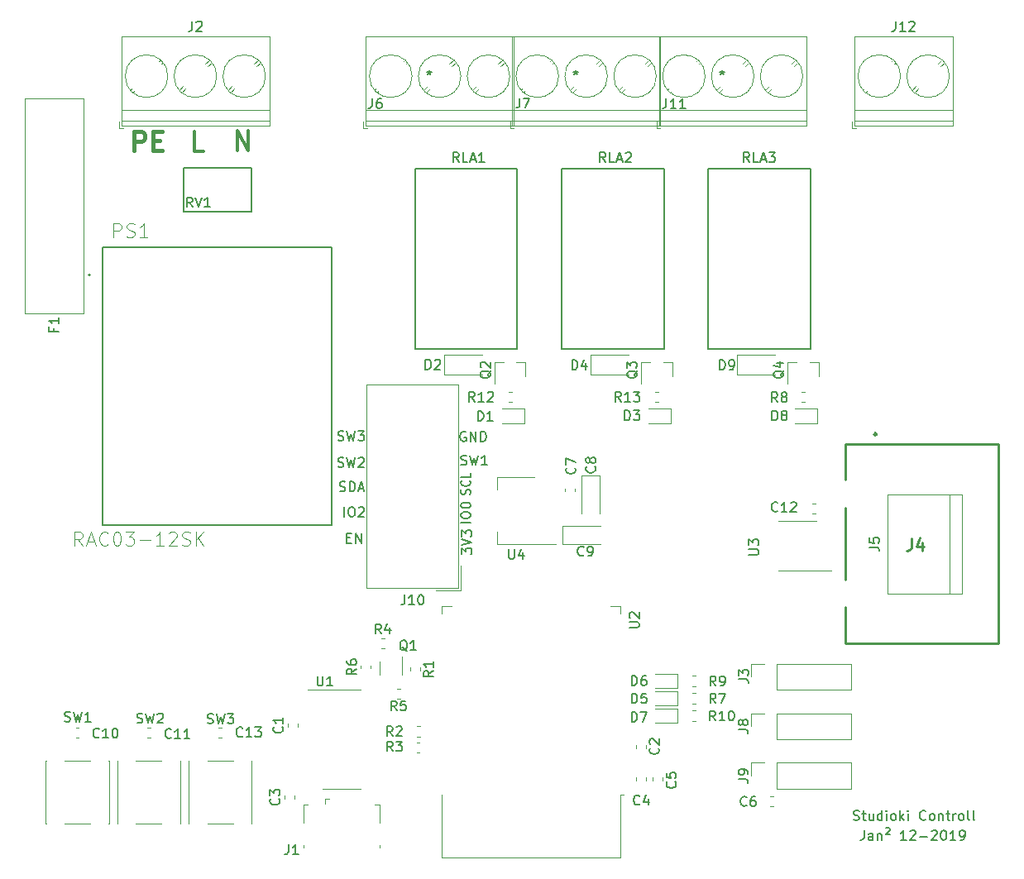
<source format=gbr>
G04 #@! TF.GenerationSoftware,KiCad,Pcbnew,(5.1.4)-1*
G04 #@! TF.CreationDate,2019-12-18T10:15:03+01:00*
G04 #@! TF.ProjectId,StudiokiController,53747564-696f-46b6-9943-6f6e74726f6c,rev?*
G04 #@! TF.SameCoordinates,Original*
G04 #@! TF.FileFunction,Legend,Top*
G04 #@! TF.FilePolarity,Positive*
%FSLAX46Y46*%
G04 Gerber Fmt 4.6, Leading zero omitted, Abs format (unit mm)*
G04 Created by KiCad (PCBNEW (5.1.4)-1) date 2019-12-18 10:15:03*
%MOMM*%
%LPD*%
G04 APERTURE LIST*
%ADD10C,0.150000*%
%ADD11C,0.300000*%
%ADD12C,0.400000*%
%ADD13C,0.120000*%
%ADD14C,0.127000*%
%ADD15C,0.200000*%
%ADD16C,0.254000*%
%ADD17C,0.152400*%
%ADD18C,0.050000*%
G04 APERTURE END LIST*
D10*
X263071600Y-130567180D02*
X263071600Y-131281466D01*
X263023980Y-131424323D01*
X262928742Y-131519561D01*
X262785885Y-131567180D01*
X262690647Y-131567180D01*
X263976361Y-131567180D02*
X263976361Y-131043371D01*
X263928742Y-130948133D01*
X263833504Y-130900514D01*
X263643028Y-130900514D01*
X263547790Y-130948133D01*
X263976361Y-131519561D02*
X263881123Y-131567180D01*
X263643028Y-131567180D01*
X263547790Y-131519561D01*
X263500171Y-131424323D01*
X263500171Y-131329085D01*
X263547790Y-131233847D01*
X263643028Y-131186228D01*
X263881123Y-131186228D01*
X263976361Y-131138609D01*
X264452552Y-130900514D02*
X264452552Y-131567180D01*
X264452552Y-130995752D02*
X264500171Y-130948133D01*
X264595409Y-130900514D01*
X264738266Y-130900514D01*
X264833504Y-130948133D01*
X264881123Y-131043371D01*
X264881123Y-131567180D01*
X265309695Y-130329085D02*
X265404933Y-130281466D01*
X265547790Y-130281466D01*
X265643028Y-130329085D01*
X265690647Y-130424323D01*
X265690647Y-130519561D01*
X265643028Y-130614800D01*
X265309695Y-130948133D01*
X265690647Y-130948133D01*
X267404933Y-131567180D02*
X266833504Y-131567180D01*
X267119219Y-131567180D02*
X267119219Y-130567180D01*
X267023980Y-130710038D01*
X266928742Y-130805276D01*
X266833504Y-130852895D01*
X267785885Y-130662419D02*
X267833504Y-130614800D01*
X267928742Y-130567180D01*
X268166838Y-130567180D01*
X268262076Y-130614800D01*
X268309695Y-130662419D01*
X268357314Y-130757657D01*
X268357314Y-130852895D01*
X268309695Y-130995752D01*
X267738266Y-131567180D01*
X268357314Y-131567180D01*
X268785885Y-131186228D02*
X269547790Y-131186228D01*
X269976361Y-130662419D02*
X270023980Y-130614800D01*
X270119219Y-130567180D01*
X270357314Y-130567180D01*
X270452552Y-130614800D01*
X270500171Y-130662419D01*
X270547790Y-130757657D01*
X270547790Y-130852895D01*
X270500171Y-130995752D01*
X269928742Y-131567180D01*
X270547790Y-131567180D01*
X271166838Y-130567180D02*
X271262076Y-130567180D01*
X271357314Y-130614800D01*
X271404933Y-130662419D01*
X271452552Y-130757657D01*
X271500171Y-130948133D01*
X271500171Y-131186228D01*
X271452552Y-131376704D01*
X271404933Y-131471942D01*
X271357314Y-131519561D01*
X271262076Y-131567180D01*
X271166838Y-131567180D01*
X271071600Y-131519561D01*
X271023980Y-131471942D01*
X270976361Y-131376704D01*
X270928742Y-131186228D01*
X270928742Y-130948133D01*
X270976361Y-130757657D01*
X271023980Y-130662419D01*
X271071600Y-130614800D01*
X271166838Y-130567180D01*
X272452552Y-131567180D02*
X271881123Y-131567180D01*
X272166838Y-131567180D02*
X272166838Y-130567180D01*
X272071600Y-130710038D01*
X271976361Y-130805276D01*
X271881123Y-130852895D01*
X272928742Y-131567180D02*
X273119219Y-131567180D01*
X273214457Y-131519561D01*
X273262076Y-131471942D01*
X273357314Y-131329085D01*
X273404933Y-131138609D01*
X273404933Y-130757657D01*
X273357314Y-130662419D01*
X273309695Y-130614800D01*
X273214457Y-130567180D01*
X273023980Y-130567180D01*
X272928742Y-130614800D01*
X272881123Y-130662419D01*
X272833504Y-130757657D01*
X272833504Y-130995752D01*
X272881123Y-131090990D01*
X272928742Y-131138609D01*
X273023980Y-131186228D01*
X273214457Y-131186228D01*
X273309695Y-131138609D01*
X273357314Y-131090990D01*
X273404933Y-130995752D01*
X262006533Y-129487561D02*
X262149390Y-129535180D01*
X262387485Y-129535180D01*
X262482723Y-129487561D01*
X262530342Y-129439942D01*
X262577961Y-129344704D01*
X262577961Y-129249466D01*
X262530342Y-129154228D01*
X262482723Y-129106609D01*
X262387485Y-129058990D01*
X262197009Y-129011371D01*
X262101771Y-128963752D01*
X262054152Y-128916133D01*
X262006533Y-128820895D01*
X262006533Y-128725657D01*
X262054152Y-128630419D01*
X262101771Y-128582800D01*
X262197009Y-128535180D01*
X262435104Y-128535180D01*
X262577961Y-128582800D01*
X262863676Y-128868514D02*
X263244628Y-128868514D01*
X263006533Y-128535180D02*
X263006533Y-129392323D01*
X263054152Y-129487561D01*
X263149390Y-129535180D01*
X263244628Y-129535180D01*
X264006533Y-128868514D02*
X264006533Y-129535180D01*
X263577961Y-128868514D02*
X263577961Y-129392323D01*
X263625580Y-129487561D01*
X263720819Y-129535180D01*
X263863676Y-129535180D01*
X263958914Y-129487561D01*
X264006533Y-129439942D01*
X264911295Y-129535180D02*
X264911295Y-128535180D01*
X264911295Y-129487561D02*
X264816057Y-129535180D01*
X264625580Y-129535180D01*
X264530342Y-129487561D01*
X264482723Y-129439942D01*
X264435104Y-129344704D01*
X264435104Y-129058990D01*
X264482723Y-128963752D01*
X264530342Y-128916133D01*
X264625580Y-128868514D01*
X264816057Y-128868514D01*
X264911295Y-128916133D01*
X265387485Y-129535180D02*
X265387485Y-128868514D01*
X265387485Y-128535180D02*
X265339866Y-128582800D01*
X265387485Y-128630419D01*
X265435104Y-128582800D01*
X265387485Y-128535180D01*
X265387485Y-128630419D01*
X266006533Y-129535180D02*
X265911295Y-129487561D01*
X265863676Y-129439942D01*
X265816057Y-129344704D01*
X265816057Y-129058990D01*
X265863676Y-128963752D01*
X265911295Y-128916133D01*
X266006533Y-128868514D01*
X266149390Y-128868514D01*
X266244628Y-128916133D01*
X266292247Y-128963752D01*
X266339866Y-129058990D01*
X266339866Y-129344704D01*
X266292247Y-129439942D01*
X266244628Y-129487561D01*
X266149390Y-129535180D01*
X266006533Y-129535180D01*
X266768438Y-129535180D02*
X266768438Y-128535180D01*
X266863676Y-129154228D02*
X267149390Y-129535180D01*
X267149390Y-128868514D02*
X266768438Y-129249466D01*
X267577961Y-129535180D02*
X267577961Y-128868514D01*
X267577961Y-128535180D02*
X267530342Y-128582800D01*
X267577961Y-128630419D01*
X267625580Y-128582800D01*
X267577961Y-128535180D01*
X267577961Y-128630419D01*
X269387485Y-129439942D02*
X269339866Y-129487561D01*
X269197009Y-129535180D01*
X269101771Y-129535180D01*
X268958914Y-129487561D01*
X268863676Y-129392323D01*
X268816057Y-129297085D01*
X268768438Y-129106609D01*
X268768438Y-128963752D01*
X268816057Y-128773276D01*
X268863676Y-128678038D01*
X268958914Y-128582800D01*
X269101771Y-128535180D01*
X269197009Y-128535180D01*
X269339866Y-128582800D01*
X269387485Y-128630419D01*
X269958914Y-129535180D02*
X269863676Y-129487561D01*
X269816057Y-129439942D01*
X269768438Y-129344704D01*
X269768438Y-129058990D01*
X269816057Y-128963752D01*
X269863676Y-128916133D01*
X269958914Y-128868514D01*
X270101771Y-128868514D01*
X270197009Y-128916133D01*
X270244628Y-128963752D01*
X270292247Y-129058990D01*
X270292247Y-129344704D01*
X270244628Y-129439942D01*
X270197009Y-129487561D01*
X270101771Y-129535180D01*
X269958914Y-129535180D01*
X270720819Y-128868514D02*
X270720819Y-129535180D01*
X270720819Y-128963752D02*
X270768438Y-128916133D01*
X270863676Y-128868514D01*
X271006533Y-128868514D01*
X271101771Y-128916133D01*
X271149390Y-129011371D01*
X271149390Y-129535180D01*
X271482723Y-128868514D02*
X271863676Y-128868514D01*
X271625580Y-128535180D02*
X271625580Y-129392323D01*
X271673200Y-129487561D01*
X271768438Y-129535180D01*
X271863676Y-129535180D01*
X272197009Y-129535180D02*
X272197009Y-128868514D01*
X272197009Y-129058990D02*
X272244628Y-128963752D01*
X272292247Y-128916133D01*
X272387485Y-128868514D01*
X272482723Y-128868514D01*
X272958914Y-129535180D02*
X272863676Y-129487561D01*
X272816057Y-129439942D01*
X272768438Y-129344704D01*
X272768438Y-129058990D01*
X272816057Y-128963752D01*
X272863676Y-128916133D01*
X272958914Y-128868514D01*
X273101771Y-128868514D01*
X273197009Y-128916133D01*
X273244628Y-128963752D01*
X273292247Y-129058990D01*
X273292247Y-129344704D01*
X273244628Y-129439942D01*
X273197009Y-129487561D01*
X273101771Y-129535180D01*
X272958914Y-129535180D01*
X273863676Y-129535180D02*
X273768438Y-129487561D01*
X273720819Y-129392323D01*
X273720819Y-128535180D01*
X274387485Y-129535180D02*
X274292247Y-129487561D01*
X274244628Y-129392323D01*
X274244628Y-128535180D01*
D11*
X198920171Y-60950361D02*
X198920171Y-58950361D01*
X200063028Y-60950361D01*
X200063028Y-58950361D01*
X195487847Y-61001161D02*
X194535466Y-61001161D01*
X194535466Y-59001161D01*
D12*
X188309428Y-60975361D02*
X188309428Y-58975361D01*
X189071333Y-58975361D01*
X189261809Y-59070600D01*
X189357047Y-59165838D01*
X189452285Y-59356314D01*
X189452285Y-59642028D01*
X189357047Y-59832504D01*
X189261809Y-59927742D01*
X189071333Y-60022980D01*
X188309428Y-60022980D01*
X190309428Y-59927742D02*
X190976095Y-59927742D01*
X191261809Y-60975361D02*
X190309428Y-60975361D01*
X190309428Y-58975361D01*
X191261809Y-58975361D01*
D10*
X209232666Y-90625561D02*
X209375523Y-90673180D01*
X209613619Y-90673180D01*
X209708857Y-90625561D01*
X209756476Y-90577942D01*
X209804095Y-90482704D01*
X209804095Y-90387466D01*
X209756476Y-90292228D01*
X209708857Y-90244609D01*
X209613619Y-90196990D01*
X209423142Y-90149371D01*
X209327904Y-90101752D01*
X209280285Y-90054133D01*
X209232666Y-89958895D01*
X209232666Y-89863657D01*
X209280285Y-89768419D01*
X209327904Y-89720800D01*
X209423142Y-89673180D01*
X209661238Y-89673180D01*
X209804095Y-89720800D01*
X210137428Y-89673180D02*
X210375523Y-90673180D01*
X210566000Y-89958895D01*
X210756476Y-90673180D01*
X210994571Y-89673180D01*
X211280285Y-89673180D02*
X211899333Y-89673180D01*
X211566000Y-90054133D01*
X211708857Y-90054133D01*
X211804095Y-90101752D01*
X211851714Y-90149371D01*
X211899333Y-90244609D01*
X211899333Y-90482704D01*
X211851714Y-90577942D01*
X211804095Y-90625561D01*
X211708857Y-90673180D01*
X211423142Y-90673180D01*
X211327904Y-90625561D01*
X211280285Y-90577942D01*
X209232666Y-93317961D02*
X209375523Y-93365580D01*
X209613619Y-93365580D01*
X209708857Y-93317961D01*
X209756476Y-93270342D01*
X209804095Y-93175104D01*
X209804095Y-93079866D01*
X209756476Y-92984628D01*
X209708857Y-92937009D01*
X209613619Y-92889390D01*
X209423142Y-92841771D01*
X209327904Y-92794152D01*
X209280285Y-92746533D01*
X209232666Y-92651295D01*
X209232666Y-92556057D01*
X209280285Y-92460819D01*
X209327904Y-92413200D01*
X209423142Y-92365580D01*
X209661238Y-92365580D01*
X209804095Y-92413200D01*
X210137428Y-92365580D02*
X210375523Y-93365580D01*
X210566000Y-92651295D01*
X210756476Y-93365580D01*
X210994571Y-92365580D01*
X211327904Y-92460819D02*
X211375523Y-92413200D01*
X211470761Y-92365580D01*
X211708857Y-92365580D01*
X211804095Y-92413200D01*
X211851714Y-92460819D01*
X211899333Y-92556057D01*
X211899333Y-92651295D01*
X211851714Y-92794152D01*
X211280285Y-93365580D01*
X211899333Y-93365580D01*
X209402514Y-95807161D02*
X209545371Y-95854780D01*
X209783466Y-95854780D01*
X209878704Y-95807161D01*
X209926323Y-95759542D01*
X209973942Y-95664304D01*
X209973942Y-95569066D01*
X209926323Y-95473828D01*
X209878704Y-95426209D01*
X209783466Y-95378590D01*
X209592990Y-95330971D01*
X209497752Y-95283352D01*
X209450133Y-95235733D01*
X209402514Y-95140495D01*
X209402514Y-95045257D01*
X209450133Y-94950019D01*
X209497752Y-94902400D01*
X209592990Y-94854780D01*
X209831085Y-94854780D01*
X209973942Y-94902400D01*
X210402514Y-95854780D02*
X210402514Y-94854780D01*
X210640609Y-94854780D01*
X210783466Y-94902400D01*
X210878704Y-94997638D01*
X210926323Y-95092876D01*
X210973942Y-95283352D01*
X210973942Y-95426209D01*
X210926323Y-95616685D01*
X210878704Y-95711923D01*
X210783466Y-95807161D01*
X210640609Y-95854780D01*
X210402514Y-95854780D01*
X211354895Y-95569066D02*
X211831085Y-95569066D01*
X211259657Y-95854780D02*
X211592990Y-94854780D01*
X211926323Y-95854780D01*
X209870800Y-98445580D02*
X209870800Y-97445580D01*
X210537466Y-97445580D02*
X210727942Y-97445580D01*
X210823180Y-97493200D01*
X210918419Y-97588438D01*
X210966038Y-97778914D01*
X210966038Y-98112247D01*
X210918419Y-98302723D01*
X210823180Y-98397961D01*
X210727942Y-98445580D01*
X210537466Y-98445580D01*
X210442228Y-98397961D01*
X210346990Y-98302723D01*
X210299371Y-98112247D01*
X210299371Y-97778914D01*
X210346990Y-97588438D01*
X210442228Y-97493200D01*
X210537466Y-97445580D01*
X211346990Y-97540819D02*
X211394609Y-97493200D01*
X211489847Y-97445580D01*
X211727942Y-97445580D01*
X211823180Y-97493200D01*
X211870800Y-97540819D01*
X211918419Y-97636057D01*
X211918419Y-97731295D01*
X211870800Y-97874152D01*
X211299371Y-98445580D01*
X211918419Y-98445580D01*
X210132704Y-100614171D02*
X210466038Y-100614171D01*
X210608895Y-101137980D02*
X210132704Y-101137980D01*
X210132704Y-100137980D01*
X210608895Y-100137980D01*
X211037466Y-101137980D02*
X211037466Y-100137980D01*
X211608895Y-101137980D01*
X211608895Y-100137980D01*
X222300895Y-89771600D02*
X222205657Y-89723980D01*
X222062800Y-89723980D01*
X221919942Y-89771600D01*
X221824704Y-89866838D01*
X221777085Y-89962076D01*
X221729466Y-90152552D01*
X221729466Y-90295409D01*
X221777085Y-90485885D01*
X221824704Y-90581123D01*
X221919942Y-90676361D01*
X222062800Y-90723980D01*
X222158038Y-90723980D01*
X222300895Y-90676361D01*
X222348514Y-90628742D01*
X222348514Y-90295409D01*
X222158038Y-90295409D01*
X222777085Y-90723980D02*
X222777085Y-89723980D01*
X223348514Y-90723980D01*
X223348514Y-89723980D01*
X223824704Y-90723980D02*
X223824704Y-89723980D01*
X224062800Y-89723980D01*
X224205657Y-89771600D01*
X224300895Y-89866838D01*
X224348514Y-89962076D01*
X224396133Y-90152552D01*
X224396133Y-90295409D01*
X224348514Y-90485885D01*
X224300895Y-90581123D01*
X224205657Y-90676361D01*
X224062800Y-90723980D01*
X223824704Y-90723980D01*
X221831066Y-93114761D02*
X221973923Y-93162380D01*
X222212019Y-93162380D01*
X222307257Y-93114761D01*
X222354876Y-93067142D01*
X222402495Y-92971904D01*
X222402495Y-92876666D01*
X222354876Y-92781428D01*
X222307257Y-92733809D01*
X222212019Y-92686190D01*
X222021542Y-92638571D01*
X221926304Y-92590952D01*
X221878685Y-92543333D01*
X221831066Y-92448095D01*
X221831066Y-92352857D01*
X221878685Y-92257619D01*
X221926304Y-92210000D01*
X222021542Y-92162380D01*
X222259638Y-92162380D01*
X222402495Y-92210000D01*
X222735828Y-92162380D02*
X222973923Y-93162380D01*
X223164400Y-92448095D01*
X223354876Y-93162380D01*
X223592971Y-92162380D01*
X224497733Y-93162380D02*
X223926304Y-93162380D01*
X224212019Y-93162380D02*
X224212019Y-92162380D01*
X224116780Y-92305238D01*
X224021542Y-92400476D01*
X223926304Y-92448095D01*
X221905580Y-102279295D02*
X221905580Y-101660247D01*
X222286533Y-101993580D01*
X222286533Y-101850723D01*
X222334152Y-101755485D01*
X222381771Y-101707866D01*
X222477009Y-101660247D01*
X222715104Y-101660247D01*
X222810342Y-101707866D01*
X222857961Y-101755485D01*
X222905580Y-101850723D01*
X222905580Y-102136438D01*
X222857961Y-102231676D01*
X222810342Y-102279295D01*
X221905580Y-101374533D02*
X222905580Y-101041200D01*
X221905580Y-100707866D01*
X221905580Y-100469771D02*
X221905580Y-99850723D01*
X222286533Y-100184057D01*
X222286533Y-100041200D01*
X222334152Y-99945961D01*
X222381771Y-99898342D01*
X222477009Y-99850723D01*
X222715104Y-99850723D01*
X222810342Y-99898342D01*
X222857961Y-99945961D01*
X222905580Y-100041200D01*
X222905580Y-100326914D01*
X222857961Y-100422152D01*
X222810342Y-100469771D01*
X222803980Y-99044000D02*
X221803980Y-99044000D01*
X221803980Y-98377333D02*
X221803980Y-98186857D01*
X221851600Y-98091619D01*
X221946838Y-97996380D01*
X222137314Y-97948761D01*
X222470647Y-97948761D01*
X222661123Y-97996380D01*
X222756361Y-98091619D01*
X222803980Y-98186857D01*
X222803980Y-98377333D01*
X222756361Y-98472571D01*
X222661123Y-98567809D01*
X222470647Y-98615428D01*
X222137314Y-98615428D01*
X221946838Y-98567809D01*
X221851600Y-98472571D01*
X221803980Y-98377333D01*
X221803980Y-97329714D02*
X221803980Y-97234476D01*
X221851600Y-97139238D01*
X221899219Y-97091619D01*
X221994457Y-97044000D01*
X222184933Y-96996380D01*
X222423028Y-96996380D01*
X222613504Y-97044000D01*
X222708742Y-97091619D01*
X222756361Y-97139238D01*
X222803980Y-97234476D01*
X222803980Y-97329714D01*
X222756361Y-97424952D01*
X222708742Y-97472571D01*
X222613504Y-97520190D01*
X222423028Y-97567809D01*
X222184933Y-97567809D01*
X221994457Y-97520190D01*
X221899219Y-97472571D01*
X221851600Y-97424952D01*
X221803980Y-97329714D01*
X222756361Y-96169028D02*
X222803980Y-96040457D01*
X222803980Y-95826171D01*
X222756361Y-95740457D01*
X222708742Y-95697600D01*
X222613504Y-95654742D01*
X222518266Y-95654742D01*
X222423028Y-95697600D01*
X222375409Y-95740457D01*
X222327790Y-95826171D01*
X222280171Y-95997600D01*
X222232552Y-96083314D01*
X222184933Y-96126171D01*
X222089695Y-96169028D01*
X221994457Y-96169028D01*
X221899219Y-96126171D01*
X221851600Y-96083314D01*
X221803980Y-95997600D01*
X221803980Y-95783314D01*
X221851600Y-95654742D01*
X222708742Y-94754742D02*
X222756361Y-94797600D01*
X222803980Y-94926171D01*
X222803980Y-95011885D01*
X222756361Y-95140457D01*
X222661123Y-95226171D01*
X222565885Y-95269028D01*
X222375409Y-95311885D01*
X222232552Y-95311885D01*
X222042076Y-95269028D01*
X221946838Y-95226171D01*
X221851600Y-95140457D01*
X221803980Y-95011885D01*
X221803980Y-94926171D01*
X221851600Y-94797600D01*
X221899219Y-94754742D01*
X222803980Y-93940457D02*
X222803980Y-94369028D01*
X221803980Y-94369028D01*
D13*
X207875000Y-127362500D02*
X207875000Y-127812500D01*
X207875000Y-127362500D02*
X208325000Y-127362500D01*
X213475000Y-127912500D02*
X213025000Y-127912500D01*
X213475000Y-129762500D02*
X213475000Y-127912500D01*
X205675000Y-132312500D02*
X205675000Y-132062500D01*
X213475000Y-132312500D02*
X213475000Y-132062500D01*
X205675000Y-129762500D02*
X205675000Y-127912500D01*
X205675000Y-127912500D02*
X206125000Y-127912500D01*
D14*
X185100000Y-70840000D02*
X185100000Y-99340000D01*
X185100000Y-99340000D02*
X208600000Y-99340000D01*
X208600000Y-99340000D02*
X208600000Y-70840000D01*
X208600000Y-70840000D02*
X185100000Y-70840000D01*
D15*
X183890000Y-73700000D02*
G75*
G03X183890000Y-73700000I-100000J0D01*
G01*
D16*
X264380310Y-90009000D02*
G75*
G03X264380310Y-90009000I-144310J0D01*
G01*
X261150000Y-90985000D02*
X261150000Y-94685000D01*
X261150000Y-111385000D02*
X261150000Y-107685000D01*
X261150000Y-104878000D02*
X261150000Y-97492000D01*
X276850000Y-111385000D02*
X261150000Y-111385000D01*
X276850000Y-90985000D02*
X276850000Y-111385000D01*
X261150000Y-90985000D02*
X276850000Y-90985000D01*
D13*
X261829999Y-58640000D02*
X262229999Y-58640000D01*
X261829999Y-58000000D02*
X261829999Y-58640000D01*
X268371999Y-54332000D02*
X267976999Y-54728000D01*
X271017999Y-51686000D02*
X270637999Y-52066000D01*
X268622999Y-54614000D02*
X268242999Y-54994000D01*
X271283999Y-51952000D02*
X270888999Y-52348000D01*
X263081999Y-54621000D02*
X262975999Y-54728000D01*
X266017999Y-51686000D02*
X265910999Y-51793000D01*
X263347999Y-54887000D02*
X263241999Y-54994000D01*
X266283999Y-51952000D02*
X266176999Y-52059000D01*
X272189999Y-49280000D02*
X272189999Y-58400000D01*
X262069999Y-49280000D02*
X262069999Y-58400000D01*
X262069999Y-58400000D02*
X272189999Y-58400000D01*
X262069999Y-49280000D02*
X272189999Y-49280000D01*
X262069999Y-56840000D02*
X272189999Y-56840000D01*
X262069999Y-57940000D02*
X272189999Y-57940000D01*
X271809999Y-53340000D02*
G75*
G03X271809999Y-53340000I-2180000J0D01*
G01*
X266809999Y-53340000D02*
G75*
G03X266809999Y-53340000I-2180000J0D01*
G01*
D10*
X200390000Y-67240000D02*
X200390000Y-62740000D01*
X193390000Y-67240000D02*
X193390000Y-62740000D01*
X200390000Y-67240000D02*
X193390000Y-67240000D01*
X200390000Y-62740000D02*
X193390000Y-62740000D01*
D13*
X251502000Y-124976200D02*
X251502000Y-123646200D01*
X251502000Y-123646200D02*
X252832000Y-123646200D01*
X254102000Y-123646200D02*
X261782000Y-123646200D01*
X261782000Y-126306200D02*
X261782000Y-123646200D01*
X254102000Y-126306200D02*
X261782000Y-126306200D01*
X254102000Y-126306200D02*
X254102000Y-123646200D01*
X251502000Y-119901200D02*
X251502000Y-118571200D01*
X251502000Y-118571200D02*
X252832000Y-118571200D01*
X254102000Y-118571200D02*
X261782000Y-118571200D01*
X261782000Y-121231200D02*
X261782000Y-118571200D01*
X254102000Y-121231200D02*
X261782000Y-121231200D01*
X254102000Y-121231200D02*
X254102000Y-118571200D01*
X251502000Y-114826200D02*
X251502000Y-113496200D01*
X251502000Y-113496200D02*
X252832000Y-113496200D01*
X254102000Y-113496200D02*
X261782000Y-113496200D01*
X261782000Y-116156200D02*
X261782000Y-113496200D01*
X254102000Y-116156200D02*
X261782000Y-116156200D01*
X254102000Y-116156200D02*
X254102000Y-113496200D01*
X245857079Y-118311200D02*
X245531521Y-118311200D01*
X245857079Y-119331200D02*
X245531521Y-119331200D01*
X245857079Y-114755200D02*
X245531521Y-114755200D01*
X245857079Y-115775200D02*
X245531521Y-115775200D01*
X245857079Y-116533200D02*
X245531521Y-116533200D01*
X245857079Y-117553200D02*
X245531521Y-117553200D01*
X221777500Y-105993500D02*
X219237500Y-105993500D01*
X221777500Y-105993500D02*
X221777500Y-103453500D01*
X221527500Y-105743500D02*
X212177500Y-105743500D01*
X221527500Y-84883500D02*
X221527500Y-105743500D01*
X212177500Y-84883500D02*
X221527500Y-84883500D01*
X212177500Y-105743500D02*
X212177500Y-84883500D01*
X209600000Y-116165000D02*
X206150000Y-116165000D01*
X209600000Y-116165000D02*
X211550000Y-116165000D01*
X209600000Y-126285000D02*
X207650000Y-126285000D01*
X209600000Y-126285000D02*
X211550000Y-126285000D01*
D17*
X247124799Y-62820997D02*
X247124799Y-81275001D01*
X257578799Y-62820997D02*
X247124799Y-62820997D01*
X257578799Y-81275001D02*
X257578799Y-62820997D01*
X247124799Y-81275001D02*
X257578799Y-81275001D01*
D13*
X256689020Y-86718600D02*
X257014578Y-86718600D01*
X256689020Y-85698600D02*
X257014578Y-85698600D01*
X182703579Y-120079400D02*
X182378021Y-120079400D01*
X182703579Y-121099400D02*
X182378021Y-121099400D01*
X238107000Y-126918000D02*
X238487000Y-126918000D01*
X238107000Y-133338000D02*
X238107000Y-126918000D01*
X219867000Y-133338000D02*
X219867000Y-126918000D01*
X238107000Y-133338000D02*
X219867000Y-133338000D01*
X219867000Y-107593000D02*
X220867000Y-107593000D01*
X219867000Y-108373000D02*
X219867000Y-107593000D01*
X238107000Y-107593000D02*
X237107000Y-107593000D01*
X238107000Y-108373000D02*
X238107000Y-107593000D01*
X200395600Y-129888800D02*
X200395600Y-123428800D01*
X195865600Y-129888800D02*
X198465600Y-129888800D01*
X193935600Y-129888800D02*
X193935600Y-123428800D01*
X195865600Y-123428800D02*
X198465600Y-123428800D01*
X193965600Y-129888800D02*
X193935600Y-129888800D01*
X200395600Y-129888800D02*
X200365600Y-129888800D01*
X200395600Y-123428800D02*
X200365600Y-123428800D01*
X193935600Y-123428800D02*
X193965600Y-123428800D01*
X193083200Y-129888800D02*
X193083200Y-123428800D01*
X188553200Y-129888800D02*
X191153200Y-129888800D01*
X186623200Y-129888800D02*
X186623200Y-123428800D01*
X188553200Y-123428800D02*
X191153200Y-123428800D01*
X186653200Y-129888800D02*
X186623200Y-129888800D01*
X193083200Y-129888800D02*
X193053200Y-129888800D01*
X193083200Y-123428800D02*
X193053200Y-123428800D01*
X186623200Y-123428800D02*
X186653200Y-123428800D01*
X185770800Y-129888800D02*
X185770800Y-123428800D01*
X181240800Y-129888800D02*
X183840800Y-129888800D01*
X179310800Y-129888800D02*
X179310800Y-123428800D01*
X181240800Y-123428800D02*
X183840800Y-123428800D01*
X179340800Y-129888800D02*
X179310800Y-129888800D01*
X185770800Y-129888800D02*
X185740800Y-129888800D01*
X185770800Y-123428800D02*
X185740800Y-123428800D01*
X179310800Y-123428800D02*
X179340800Y-123428800D01*
X231566000Y-101237000D02*
X225556000Y-101237000D01*
X229316000Y-94417000D02*
X225556000Y-94417000D01*
X225556000Y-101237000D02*
X225556000Y-99977000D01*
X225556000Y-94417000D02*
X225556000Y-95677000D01*
X258316799Y-87381400D02*
X256031799Y-87381400D01*
X258316799Y-88851400D02*
X258316799Y-87381400D01*
X256031799Y-88851400D02*
X258316799Y-88851400D01*
X243941500Y-114512000D02*
X241656500Y-114512000D01*
X243941500Y-115982000D02*
X243941500Y-114512000D01*
X241656500Y-115982000D02*
X243941500Y-115982000D01*
X250101799Y-81900000D02*
X254001799Y-81900000D01*
X250101799Y-83900000D02*
X254001799Y-83900000D01*
X250101799Y-81900000D02*
X250101799Y-83900000D01*
X243941500Y-116302700D02*
X241656500Y-116302700D01*
X243941500Y-117772700D02*
X243941500Y-116302700D01*
X241656500Y-117772700D02*
X243941500Y-117772700D01*
X258431799Y-82640000D02*
X258431799Y-84100000D01*
X255271799Y-82640000D02*
X255271799Y-84800000D01*
X255271799Y-82640000D02*
X256201799Y-82640000D01*
X258431799Y-82640000D02*
X257501799Y-82640000D01*
X243941500Y-118093400D02*
X241656500Y-118093400D01*
X243941500Y-119563400D02*
X243941500Y-118093400D01*
X241656500Y-119563400D02*
X243941500Y-119563400D01*
X214000279Y-110865000D02*
X213674721Y-110865000D01*
X214000279Y-111885000D02*
X213674721Y-111885000D01*
X217587379Y-121569600D02*
X217261821Y-121569600D01*
X217587379Y-122589600D02*
X217261821Y-122589600D01*
X217612879Y-119918600D02*
X217287321Y-119918600D01*
X217612879Y-120938600D02*
X217287321Y-120938600D01*
X211565000Y-113662221D02*
X211565000Y-113987779D01*
X212585000Y-113662221D02*
X212585000Y-113987779D01*
X216590000Y-113899721D02*
X216590000Y-114225279D01*
X217610000Y-113899721D02*
X217610000Y-114225279D01*
X258140679Y-97119000D02*
X257815121Y-97119000D01*
X258140679Y-98139000D02*
X257815121Y-98139000D01*
X273065400Y-106315800D02*
X273065400Y-96155800D01*
X265445400Y-106315800D02*
X273065400Y-106315800D01*
X265445400Y-96155800D02*
X265445400Y-106315800D01*
X273065400Y-96155800D02*
X265445400Y-96155800D01*
X271795400Y-96155800D02*
X271795400Y-106315800D01*
X213465000Y-113250000D02*
X213465000Y-114650000D01*
X215785000Y-114650000D02*
X215785000Y-112750000D01*
X215249721Y-117085000D02*
X215575279Y-117085000D01*
X215249721Y-116065000D02*
X215575279Y-116065000D01*
X240735000Y-122187779D02*
X240735000Y-121862221D01*
X239715000Y-122187779D02*
X239715000Y-121862221D01*
X204760000Y-127325279D02*
X204760000Y-126999721D01*
X203740000Y-127325279D02*
X203740000Y-126999721D01*
X239715000Y-125112221D02*
X239715000Y-125437779D01*
X240735000Y-125112221D02*
X240735000Y-125437779D01*
X241465000Y-125124721D02*
X241465000Y-125450279D01*
X242485000Y-125124721D02*
X242485000Y-125450279D01*
X205085000Y-119975279D02*
X205085000Y-119649721D01*
X204065000Y-119975279D02*
X204065000Y-119649721D01*
X243316799Y-87381400D02*
X241031799Y-87381400D01*
X243316799Y-88851400D02*
X243316799Y-87381400D01*
X241031799Y-88851400D02*
X243316799Y-88851400D01*
X220101800Y-81900000D02*
X224001800Y-81900000D01*
X220101800Y-83900000D02*
X224001800Y-83900000D01*
X220101800Y-81900000D02*
X220101800Y-83900000D01*
X226689021Y-86718600D02*
X227014579Y-86718600D01*
X226689021Y-85698600D02*
X227014579Y-85698600D01*
X243431799Y-82640000D02*
X243431799Y-84100000D01*
X240271799Y-82640000D02*
X240271799Y-84800000D01*
X240271799Y-82640000D02*
X241201799Y-82640000D01*
X243431799Y-82640000D02*
X242501799Y-82640000D01*
X228431800Y-82640000D02*
X228431800Y-84100000D01*
X225271800Y-82640000D02*
X225271800Y-84800000D01*
X225271800Y-82640000D02*
X226201800Y-82640000D01*
X228431800Y-82640000D02*
X227501800Y-82640000D01*
X235101799Y-81900000D02*
X239001799Y-81900000D01*
X235101799Y-83900000D02*
X239001799Y-83900000D01*
X235101799Y-81900000D02*
X235101799Y-83900000D01*
X228316800Y-87381400D02*
X226031800Y-87381400D01*
X228316800Y-88851400D02*
X228316800Y-87381400D01*
X226031800Y-88851400D02*
X228316800Y-88851400D01*
X256276000Y-103973600D02*
X259726000Y-103973600D01*
X256276000Y-103973600D02*
X254326000Y-103973600D01*
X256276000Y-98853600D02*
X258226000Y-98853600D01*
X256276000Y-98853600D02*
X254326000Y-98853600D01*
X253768179Y-127066800D02*
X253442621Y-127066800D01*
X253768179Y-128086800D02*
X253442621Y-128086800D01*
D17*
X217124800Y-62820997D02*
X217124800Y-81275001D01*
X227578800Y-62820997D02*
X217124800Y-62820997D01*
X227578800Y-81275001D02*
X227578800Y-62820997D01*
X217124800Y-81275001D02*
X227578800Y-81275001D01*
D13*
X190015979Y-120079400D02*
X189690421Y-120079400D01*
X190015979Y-121099400D02*
X189690421Y-121099400D01*
X232190000Y-101235000D02*
X236100000Y-101235000D01*
X232190000Y-99365000D02*
X232190000Y-101235000D01*
X236100000Y-99365000D02*
X232190000Y-99365000D01*
X232490000Y-95549721D02*
X232490000Y-95875279D01*
X233510000Y-95549721D02*
X233510000Y-95875279D01*
X241689020Y-86718600D02*
X242014578Y-86718600D01*
X241689020Y-85698600D02*
X242014578Y-85698600D01*
D17*
X232124799Y-62820997D02*
X232124799Y-81275001D01*
X242578799Y-62820997D02*
X232124799Y-62820997D01*
X242578799Y-81275001D02*
X242578799Y-62820997D01*
X232124799Y-81275001D02*
X242578799Y-81275001D01*
D13*
X197328379Y-120079400D02*
X197002821Y-120079400D01*
X197328379Y-121099400D02*
X197002821Y-121099400D01*
X234165000Y-94240000D02*
X234165000Y-98150000D01*
X236035000Y-94240000D02*
X234165000Y-94240000D01*
X236035000Y-98150000D02*
X236035000Y-94240000D01*
X211830000Y-58640000D02*
X212230000Y-58640000D01*
X211830000Y-58000000D02*
X211830000Y-58640000D01*
X223372000Y-54332000D02*
X222977000Y-54728000D01*
X226018000Y-51686000D02*
X225638000Y-52066000D01*
X223623000Y-54614000D02*
X223243000Y-54994000D01*
X226284000Y-51952000D02*
X225889000Y-52348000D01*
X218372000Y-54332000D02*
X217977000Y-54728000D01*
X221018000Y-51686000D02*
X220638000Y-52066000D01*
X218623000Y-54614000D02*
X218243000Y-54994000D01*
X221284000Y-51952000D02*
X220889000Y-52348000D01*
X213082000Y-54621000D02*
X212976000Y-54728000D01*
X216018000Y-51686000D02*
X215911000Y-51793000D01*
X213348000Y-54887000D02*
X213242000Y-54994000D01*
X216284000Y-51952000D02*
X216177000Y-52059000D01*
X227190000Y-49280000D02*
X227190000Y-58400000D01*
X212070000Y-49280000D02*
X212070000Y-58400000D01*
X212070000Y-58400000D02*
X227190000Y-58400000D01*
X212070000Y-49280000D02*
X227190000Y-49280000D01*
X212070000Y-56840000D02*
X227190000Y-56840000D01*
X212070000Y-57940000D02*
X227190000Y-57940000D01*
X226810000Y-53340000D02*
G75*
G03X226810000Y-53340000I-2180000J0D01*
G01*
X221810000Y-53340000D02*
G75*
G03X221810000Y-53340000I-2180000J0D01*
G01*
X216810000Y-53340000D02*
G75*
G03X216810000Y-53340000I-2180000J0D01*
G01*
X241829999Y-58640000D02*
X242229999Y-58640000D01*
X241829999Y-58000000D02*
X241829999Y-58640000D01*
X253371999Y-54332000D02*
X252976999Y-54728000D01*
X256017999Y-51686000D02*
X255637999Y-52066000D01*
X253622999Y-54614000D02*
X253242999Y-54994000D01*
X256283999Y-51952000D02*
X255888999Y-52348000D01*
X248371999Y-54332000D02*
X247976999Y-54728000D01*
X251017999Y-51686000D02*
X250637999Y-52066000D01*
X248622999Y-54614000D02*
X248242999Y-54994000D01*
X251283999Y-51952000D02*
X250888999Y-52348000D01*
X243081999Y-54621000D02*
X242975999Y-54728000D01*
X246017999Y-51686000D02*
X245910999Y-51793000D01*
X243347999Y-54887000D02*
X243241999Y-54994000D01*
X246283999Y-51952000D02*
X246176999Y-52059000D01*
X257189999Y-49280000D02*
X257189999Y-58400000D01*
X242069999Y-49280000D02*
X242069999Y-58400000D01*
X242069999Y-58400000D02*
X257189999Y-58400000D01*
X242069999Y-49280000D02*
X257189999Y-49280000D01*
X242069999Y-56840000D02*
X257189999Y-56840000D01*
X242069999Y-57940000D02*
X257189999Y-57940000D01*
X256809999Y-53340000D02*
G75*
G03X256809999Y-53340000I-2180000J0D01*
G01*
X251809999Y-53340000D02*
G75*
G03X251809999Y-53340000I-2180000J0D01*
G01*
X246809999Y-53340000D02*
G75*
G03X246809999Y-53340000I-2180000J0D01*
G01*
X226829999Y-58640000D02*
X227229999Y-58640000D01*
X226829999Y-58000000D02*
X226829999Y-58640000D01*
X238371999Y-54332000D02*
X237976999Y-54728000D01*
X241017999Y-51686000D02*
X240637999Y-52066000D01*
X238622999Y-54614000D02*
X238242999Y-54994000D01*
X241283999Y-51952000D02*
X240888999Y-52348000D01*
X233371999Y-54332000D02*
X232976999Y-54728000D01*
X236017999Y-51686000D02*
X235637999Y-52066000D01*
X233622999Y-54614000D02*
X233242999Y-54994000D01*
X236283999Y-51952000D02*
X235888999Y-52348000D01*
X228081999Y-54621000D02*
X227975999Y-54728000D01*
X231017999Y-51686000D02*
X230910999Y-51793000D01*
X228347999Y-54887000D02*
X228241999Y-54994000D01*
X231283999Y-51952000D02*
X231176999Y-52059000D01*
X242189999Y-49280000D02*
X242189999Y-58400000D01*
X227069999Y-49280000D02*
X227069999Y-58400000D01*
X227069999Y-58400000D02*
X242189999Y-58400000D01*
X227069999Y-49280000D02*
X242189999Y-49280000D01*
X227069999Y-56840000D02*
X242189999Y-56840000D01*
X227069999Y-57940000D02*
X242189999Y-57940000D01*
X241809999Y-53340000D02*
G75*
G03X241809999Y-53340000I-2180000J0D01*
G01*
X236809999Y-53340000D02*
G75*
G03X236809999Y-53340000I-2180000J0D01*
G01*
X231809999Y-53340000D02*
G75*
G03X231809999Y-53340000I-2180000J0D01*
G01*
X186830000Y-58640000D02*
X187230000Y-58640000D01*
X186830000Y-58000000D02*
X186830000Y-58640000D01*
X198372000Y-54332000D02*
X197977000Y-54728000D01*
X201018000Y-51686000D02*
X200638000Y-52066000D01*
X198623000Y-54614000D02*
X198243000Y-54994000D01*
X201284000Y-51952000D02*
X200889000Y-52348000D01*
X193372000Y-54332000D02*
X192977000Y-54728000D01*
X196018000Y-51686000D02*
X195638000Y-52066000D01*
X193623000Y-54614000D02*
X193243000Y-54994000D01*
X196284000Y-51952000D02*
X195889000Y-52348000D01*
X188082000Y-54621000D02*
X187976000Y-54728000D01*
X191018000Y-51686000D02*
X190911000Y-51793000D01*
X188348000Y-54887000D02*
X188242000Y-54994000D01*
X191284000Y-51952000D02*
X191177000Y-52059000D01*
X202190000Y-49280000D02*
X202190000Y-58400000D01*
X187070000Y-49280000D02*
X187070000Y-58400000D01*
X187070000Y-58400000D02*
X202190000Y-58400000D01*
X187070000Y-49280000D02*
X202190000Y-49280000D01*
X187070000Y-56840000D02*
X202190000Y-56840000D01*
X187070000Y-57940000D02*
X202190000Y-57940000D01*
X201810000Y-53340000D02*
G75*
G03X201810000Y-53340000I-2180000J0D01*
G01*
X196810000Y-53340000D02*
G75*
G03X196810000Y-53340000I-2180000J0D01*
G01*
X191810000Y-53340000D02*
G75*
G03X191810000Y-53340000I-2180000J0D01*
G01*
X183187600Y-77598800D02*
X177187600Y-77598800D01*
X183187600Y-55598800D02*
X183187600Y-77598800D01*
X177187600Y-55598800D02*
X183187600Y-55598800D01*
X177187600Y-77598800D02*
X177187600Y-55598800D01*
D10*
X204177666Y-132015880D02*
X204177666Y-132730166D01*
X204130047Y-132873023D01*
X204034809Y-132968261D01*
X203891952Y-133015880D01*
X203796714Y-133015880D01*
X205177666Y-133015880D02*
X204606238Y-133015880D01*
X204891952Y-133015880D02*
X204891952Y-132015880D01*
X204796714Y-132158738D01*
X204701476Y-132253976D01*
X204606238Y-132301595D01*
D18*
X186256000Y-69814333D02*
X186256000Y-68414333D01*
X186789333Y-68414333D01*
X186922666Y-68481000D01*
X186989333Y-68547666D01*
X187056000Y-68681000D01*
X187056000Y-68881000D01*
X186989333Y-69014333D01*
X186922666Y-69081000D01*
X186789333Y-69147666D01*
X186256000Y-69147666D01*
X187589333Y-69747666D02*
X187789333Y-69814333D01*
X188122666Y-69814333D01*
X188256000Y-69747666D01*
X188322666Y-69681000D01*
X188389333Y-69547666D01*
X188389333Y-69414333D01*
X188322666Y-69281000D01*
X188256000Y-69214333D01*
X188122666Y-69147666D01*
X187856000Y-69081000D01*
X187722666Y-69014333D01*
X187656000Y-68947666D01*
X187589333Y-68814333D01*
X187589333Y-68681000D01*
X187656000Y-68547666D01*
X187722666Y-68481000D01*
X187856000Y-68414333D01*
X188189333Y-68414333D01*
X188389333Y-68481000D01*
X189722666Y-69814333D02*
X188922666Y-69814333D01*
X189322666Y-69814333D02*
X189322666Y-68414333D01*
X189189333Y-68614333D01*
X189056000Y-68747666D01*
X188922666Y-68814333D01*
X183078333Y-101394333D02*
X182611666Y-100727666D01*
X182278333Y-101394333D02*
X182278333Y-99994333D01*
X182811666Y-99994333D01*
X182945000Y-100061000D01*
X183011666Y-100127666D01*
X183078333Y-100261000D01*
X183078333Y-100461000D01*
X183011666Y-100594333D01*
X182945000Y-100661000D01*
X182811666Y-100727666D01*
X182278333Y-100727666D01*
X183611666Y-100994333D02*
X184278333Y-100994333D01*
X183478333Y-101394333D02*
X183945000Y-99994333D01*
X184411666Y-101394333D01*
X185678333Y-101261000D02*
X185611666Y-101327666D01*
X185411666Y-101394333D01*
X185278333Y-101394333D01*
X185078333Y-101327666D01*
X184945000Y-101194333D01*
X184878333Y-101061000D01*
X184811666Y-100794333D01*
X184811666Y-100594333D01*
X184878333Y-100327666D01*
X184945000Y-100194333D01*
X185078333Y-100061000D01*
X185278333Y-99994333D01*
X185411666Y-99994333D01*
X185611666Y-100061000D01*
X185678333Y-100127666D01*
X186545000Y-99994333D02*
X186678333Y-99994333D01*
X186811666Y-100061000D01*
X186878333Y-100127666D01*
X186945000Y-100261000D01*
X187011666Y-100527666D01*
X187011666Y-100861000D01*
X186945000Y-101127666D01*
X186878333Y-101261000D01*
X186811666Y-101327666D01*
X186678333Y-101394333D01*
X186545000Y-101394333D01*
X186411666Y-101327666D01*
X186345000Y-101261000D01*
X186278333Y-101127666D01*
X186211666Y-100861000D01*
X186211666Y-100527666D01*
X186278333Y-100261000D01*
X186345000Y-100127666D01*
X186411666Y-100061000D01*
X186545000Y-99994333D01*
X187478333Y-99994333D02*
X188345000Y-99994333D01*
X187878333Y-100527666D01*
X188078333Y-100527666D01*
X188211666Y-100594333D01*
X188278333Y-100661000D01*
X188345000Y-100794333D01*
X188345000Y-101127666D01*
X188278333Y-101261000D01*
X188211666Y-101327666D01*
X188078333Y-101394333D01*
X187678333Y-101394333D01*
X187545000Y-101327666D01*
X187478333Y-101261000D01*
X188945000Y-100861000D02*
X190011666Y-100861000D01*
X191411666Y-101394333D02*
X190611666Y-101394333D01*
X191011666Y-101394333D02*
X191011666Y-99994333D01*
X190878333Y-100194333D01*
X190745000Y-100327666D01*
X190611666Y-100394333D01*
X191945000Y-100127666D02*
X192011666Y-100061000D01*
X192145000Y-99994333D01*
X192478333Y-99994333D01*
X192611666Y-100061000D01*
X192678333Y-100127666D01*
X192745000Y-100261000D01*
X192745000Y-100394333D01*
X192678333Y-100594333D01*
X191878333Y-101394333D01*
X192745000Y-101394333D01*
X193278333Y-101327666D02*
X193478333Y-101394333D01*
X193811666Y-101394333D01*
X193945000Y-101327666D01*
X194011666Y-101261000D01*
X194078333Y-101127666D01*
X194078333Y-100994333D01*
X194011666Y-100861000D01*
X193945000Y-100794333D01*
X193811666Y-100727666D01*
X193545000Y-100661000D01*
X193411666Y-100594333D01*
X193345000Y-100527666D01*
X193278333Y-100394333D01*
X193278333Y-100261000D01*
X193345000Y-100127666D01*
X193411666Y-100061000D01*
X193545000Y-99994333D01*
X193878333Y-99994333D01*
X194078333Y-100061000D01*
X194678333Y-101394333D02*
X194678333Y-99994333D01*
X195478333Y-101394333D02*
X194878333Y-100594333D01*
X195478333Y-99994333D02*
X194678333Y-100794333D01*
D16*
X267893266Y-100657923D02*
X267893266Y-101565066D01*
X267832790Y-101746495D01*
X267711838Y-101867447D01*
X267530409Y-101927923D01*
X267409457Y-101927923D01*
X269042314Y-101081257D02*
X269042314Y-101927923D01*
X268739933Y-100597447D02*
X268437552Y-101504590D01*
X269223742Y-101504590D01*
D10*
X266320475Y-47732380D02*
X266320475Y-48446666D01*
X266272856Y-48589523D01*
X266177618Y-48684761D01*
X266034760Y-48732380D01*
X265939522Y-48732380D01*
X267320475Y-48732380D02*
X266749046Y-48732380D01*
X267034760Y-48732380D02*
X267034760Y-47732380D01*
X266939522Y-47875238D01*
X266844284Y-47970476D01*
X266749046Y-48018095D01*
X267701427Y-47827619D02*
X267749046Y-47780000D01*
X267844284Y-47732380D01*
X268082379Y-47732380D01*
X268177618Y-47780000D01*
X268225237Y-47827619D01*
X268272856Y-47922857D01*
X268272856Y-48018095D01*
X268225237Y-48160952D01*
X267653808Y-48732380D01*
X268272856Y-48732380D01*
X194324361Y-66746380D02*
X193991028Y-66270190D01*
X193752933Y-66746380D02*
X193752933Y-65746380D01*
X194133885Y-65746380D01*
X194229123Y-65794000D01*
X194276742Y-65841619D01*
X194324361Y-65936857D01*
X194324361Y-66079714D01*
X194276742Y-66174952D01*
X194229123Y-66222571D01*
X194133885Y-66270190D01*
X193752933Y-66270190D01*
X194610076Y-65746380D02*
X194943409Y-66746380D01*
X195276742Y-65746380D01*
X196133885Y-66746380D02*
X195562457Y-66746380D01*
X195848171Y-66746380D02*
X195848171Y-65746380D01*
X195752933Y-65889238D01*
X195657695Y-65984476D01*
X195562457Y-66032095D01*
X250201180Y-125301333D02*
X250915466Y-125301333D01*
X251058323Y-125348952D01*
X251153561Y-125444190D01*
X251201180Y-125587047D01*
X251201180Y-125682285D01*
X251201180Y-124777523D02*
X251201180Y-124587047D01*
X251153561Y-124491809D01*
X251105942Y-124444190D01*
X250963085Y-124348952D01*
X250772609Y-124301333D01*
X250391657Y-124301333D01*
X250296419Y-124348952D01*
X250248800Y-124396571D01*
X250201180Y-124491809D01*
X250201180Y-124682285D01*
X250248800Y-124777523D01*
X250296419Y-124825142D01*
X250391657Y-124872761D01*
X250629752Y-124872761D01*
X250724990Y-124825142D01*
X250772609Y-124777523D01*
X250820228Y-124682285D01*
X250820228Y-124491809D01*
X250772609Y-124396571D01*
X250724990Y-124348952D01*
X250629752Y-124301333D01*
X250201180Y-120221333D02*
X250915466Y-120221333D01*
X251058323Y-120268952D01*
X251153561Y-120364190D01*
X251201180Y-120507047D01*
X251201180Y-120602285D01*
X250629752Y-119602285D02*
X250582133Y-119697523D01*
X250534514Y-119745142D01*
X250439276Y-119792761D01*
X250391657Y-119792761D01*
X250296419Y-119745142D01*
X250248800Y-119697523D01*
X250201180Y-119602285D01*
X250201180Y-119411809D01*
X250248800Y-119316571D01*
X250296419Y-119268952D01*
X250391657Y-119221333D01*
X250439276Y-119221333D01*
X250534514Y-119268952D01*
X250582133Y-119316571D01*
X250629752Y-119411809D01*
X250629752Y-119602285D01*
X250677371Y-119697523D01*
X250724990Y-119745142D01*
X250820228Y-119792761D01*
X251010704Y-119792761D01*
X251105942Y-119745142D01*
X251153561Y-119697523D01*
X251201180Y-119602285D01*
X251201180Y-119411809D01*
X251153561Y-119316571D01*
X251105942Y-119268952D01*
X251010704Y-119221333D01*
X250820228Y-119221333D01*
X250724990Y-119268952D01*
X250677371Y-119316571D01*
X250629752Y-119411809D01*
X250251980Y-115090533D02*
X250966266Y-115090533D01*
X251109123Y-115138152D01*
X251204361Y-115233390D01*
X251251980Y-115376247D01*
X251251980Y-115471485D01*
X250251980Y-114709580D02*
X250251980Y-114090533D01*
X250632933Y-114423866D01*
X250632933Y-114281009D01*
X250680552Y-114185771D01*
X250728171Y-114138152D01*
X250823409Y-114090533D01*
X251061504Y-114090533D01*
X251156742Y-114138152D01*
X251204361Y-114185771D01*
X251251980Y-114281009D01*
X251251980Y-114566723D01*
X251204361Y-114661961D01*
X251156742Y-114709580D01*
X247870742Y-119324380D02*
X247537409Y-118848190D01*
X247299314Y-119324380D02*
X247299314Y-118324380D01*
X247680266Y-118324380D01*
X247775504Y-118372000D01*
X247823123Y-118419619D01*
X247870742Y-118514857D01*
X247870742Y-118657714D01*
X247823123Y-118752952D01*
X247775504Y-118800571D01*
X247680266Y-118848190D01*
X247299314Y-118848190D01*
X248823123Y-119324380D02*
X248251695Y-119324380D01*
X248537409Y-119324380D02*
X248537409Y-118324380D01*
X248442171Y-118467238D01*
X248346933Y-118562476D01*
X248251695Y-118610095D01*
X249442171Y-118324380D02*
X249537409Y-118324380D01*
X249632647Y-118372000D01*
X249680266Y-118419619D01*
X249727885Y-118514857D01*
X249775504Y-118705333D01*
X249775504Y-118943428D01*
X249727885Y-119133904D01*
X249680266Y-119229142D01*
X249632647Y-119276761D01*
X249537409Y-119324380D01*
X249442171Y-119324380D01*
X249346933Y-119276761D01*
X249299314Y-119229142D01*
X249251695Y-119133904D01*
X249204076Y-118943428D01*
X249204076Y-118705333D01*
X249251695Y-118514857D01*
X249299314Y-118419619D01*
X249346933Y-118372000D01*
X249442171Y-118324380D01*
X247889733Y-115768380D02*
X247556400Y-115292190D01*
X247318304Y-115768380D02*
X247318304Y-114768380D01*
X247699257Y-114768380D01*
X247794495Y-114816000D01*
X247842114Y-114863619D01*
X247889733Y-114958857D01*
X247889733Y-115101714D01*
X247842114Y-115196952D01*
X247794495Y-115244571D01*
X247699257Y-115292190D01*
X247318304Y-115292190D01*
X248365923Y-115768380D02*
X248556400Y-115768380D01*
X248651638Y-115720761D01*
X248699257Y-115673142D01*
X248794495Y-115530285D01*
X248842114Y-115339809D01*
X248842114Y-114958857D01*
X248794495Y-114863619D01*
X248746876Y-114816000D01*
X248651638Y-114768380D01*
X248461161Y-114768380D01*
X248365923Y-114816000D01*
X248318304Y-114863619D01*
X248270685Y-114958857D01*
X248270685Y-115196952D01*
X248318304Y-115292190D01*
X248365923Y-115339809D01*
X248461161Y-115387428D01*
X248651638Y-115387428D01*
X248746876Y-115339809D01*
X248794495Y-115292190D01*
X248842114Y-115196952D01*
X247889733Y-117546380D02*
X247556400Y-117070190D01*
X247318304Y-117546380D02*
X247318304Y-116546380D01*
X247699257Y-116546380D01*
X247794495Y-116594000D01*
X247842114Y-116641619D01*
X247889733Y-116736857D01*
X247889733Y-116879714D01*
X247842114Y-116974952D01*
X247794495Y-117022571D01*
X247699257Y-117070190D01*
X247318304Y-117070190D01*
X248223066Y-116546380D02*
X248889733Y-116546380D01*
X248461161Y-117546380D01*
X216042976Y-106449880D02*
X216042976Y-107164166D01*
X215995357Y-107307023D01*
X215900119Y-107402261D01*
X215757261Y-107449880D01*
X215662023Y-107449880D01*
X217042976Y-107449880D02*
X216471547Y-107449880D01*
X216757261Y-107449880D02*
X216757261Y-106449880D01*
X216662023Y-106592738D01*
X216566785Y-106687976D01*
X216471547Y-106735595D01*
X217662023Y-106449880D02*
X217757261Y-106449880D01*
X217852500Y-106497500D01*
X217900119Y-106545119D01*
X217947738Y-106640357D01*
X217995357Y-106830833D01*
X217995357Y-107068928D01*
X217947738Y-107259404D01*
X217900119Y-107354642D01*
X217852500Y-107402261D01*
X217757261Y-107449880D01*
X217662023Y-107449880D01*
X217566785Y-107402261D01*
X217519166Y-107354642D01*
X217471547Y-107259404D01*
X217423928Y-107068928D01*
X217423928Y-106830833D01*
X217471547Y-106640357D01*
X217519166Y-106545119D01*
X217566785Y-106497500D01*
X217662023Y-106449880D01*
X207111695Y-114768380D02*
X207111695Y-115577904D01*
X207159314Y-115673142D01*
X207206933Y-115720761D01*
X207302171Y-115768380D01*
X207492647Y-115768380D01*
X207587885Y-115720761D01*
X207635504Y-115673142D01*
X207683123Y-115577904D01*
X207683123Y-114768380D01*
X208683123Y-115768380D02*
X208111695Y-115768380D01*
X208397409Y-115768380D02*
X208397409Y-114768380D01*
X208302171Y-114911238D01*
X208206933Y-115006476D01*
X208111695Y-115054095D01*
X251341799Y-62142380D02*
X251008465Y-61666190D01*
X250770370Y-62142380D02*
X250770370Y-61142380D01*
X251151322Y-61142380D01*
X251246560Y-61190000D01*
X251294179Y-61237619D01*
X251341799Y-61332857D01*
X251341799Y-61475714D01*
X251294179Y-61570952D01*
X251246560Y-61618571D01*
X251151322Y-61666190D01*
X250770370Y-61666190D01*
X252246560Y-62142380D02*
X251770370Y-62142380D01*
X251770370Y-61142380D01*
X252532275Y-61856666D02*
X253008465Y-61856666D01*
X252437037Y-62142380D02*
X252770370Y-61142380D01*
X253103703Y-62142380D01*
X253341799Y-61142380D02*
X253960846Y-61142380D01*
X253627513Y-61523333D01*
X253770370Y-61523333D01*
X253865608Y-61570952D01*
X253913227Y-61618571D01*
X253960846Y-61713809D01*
X253960846Y-61951904D01*
X253913227Y-62047142D01*
X253865608Y-62094761D01*
X253770370Y-62142380D01*
X253484656Y-62142380D01*
X253389418Y-62094761D01*
X253341799Y-62047142D01*
X248551799Y-52763712D02*
X248551799Y-53001808D01*
X248313703Y-52906570D02*
X248551799Y-53001808D01*
X248789894Y-52906570D01*
X248408941Y-53192284D02*
X248551799Y-53001808D01*
X248694656Y-53192284D01*
X248551799Y-52763712D02*
X248551799Y-53001808D01*
X248313703Y-52906570D02*
X248551799Y-53001808D01*
X248789894Y-52906570D01*
X248408941Y-53192284D02*
X248551799Y-53001808D01*
X248694656Y-53192284D01*
X254221332Y-86711780D02*
X253887999Y-86235590D01*
X253649903Y-86711780D02*
X253649903Y-85711780D01*
X254030856Y-85711780D01*
X254126094Y-85759400D01*
X254173713Y-85807019D01*
X254221332Y-85902257D01*
X254221332Y-86045114D01*
X254173713Y-86140352D01*
X254126094Y-86187971D01*
X254030856Y-86235590D01*
X253649903Y-86235590D01*
X254792760Y-86140352D02*
X254697522Y-86092733D01*
X254649903Y-86045114D01*
X254602284Y-85949876D01*
X254602284Y-85902257D01*
X254649903Y-85807019D01*
X254697522Y-85759400D01*
X254792760Y-85711780D01*
X254983237Y-85711780D01*
X255078475Y-85759400D01*
X255126094Y-85807019D01*
X255173713Y-85902257D01*
X255173713Y-85949876D01*
X255126094Y-86045114D01*
X255078475Y-86092733D01*
X254983237Y-86140352D01*
X254792760Y-86140352D01*
X254697522Y-86187971D01*
X254649903Y-86235590D01*
X254602284Y-86330828D01*
X254602284Y-86521304D01*
X254649903Y-86616542D01*
X254697522Y-86664161D01*
X254792760Y-86711780D01*
X254983237Y-86711780D01*
X255078475Y-86664161D01*
X255126094Y-86616542D01*
X255173713Y-86521304D01*
X255173713Y-86330828D01*
X255126094Y-86235590D01*
X255078475Y-86187971D01*
X254983237Y-86140352D01*
X184777142Y-121007142D02*
X184729523Y-121054761D01*
X184586666Y-121102380D01*
X184491428Y-121102380D01*
X184348571Y-121054761D01*
X184253333Y-120959523D01*
X184205714Y-120864285D01*
X184158095Y-120673809D01*
X184158095Y-120530952D01*
X184205714Y-120340476D01*
X184253333Y-120245238D01*
X184348571Y-120150000D01*
X184491428Y-120102380D01*
X184586666Y-120102380D01*
X184729523Y-120150000D01*
X184777142Y-120197619D01*
X185729523Y-121102380D02*
X185158095Y-121102380D01*
X185443809Y-121102380D02*
X185443809Y-120102380D01*
X185348571Y-120245238D01*
X185253333Y-120340476D01*
X185158095Y-120388095D01*
X186348571Y-120102380D02*
X186443809Y-120102380D01*
X186539047Y-120150000D01*
X186586666Y-120197619D01*
X186634285Y-120292857D01*
X186681904Y-120483333D01*
X186681904Y-120721428D01*
X186634285Y-120911904D01*
X186586666Y-121007142D01*
X186539047Y-121054761D01*
X186443809Y-121102380D01*
X186348571Y-121102380D01*
X186253333Y-121054761D01*
X186205714Y-121007142D01*
X186158095Y-120911904D01*
X186110476Y-120721428D01*
X186110476Y-120483333D01*
X186158095Y-120292857D01*
X186205714Y-120197619D01*
X186253333Y-120150000D01*
X186348571Y-120102380D01*
X239049380Y-109804904D02*
X239858904Y-109804904D01*
X239954142Y-109757285D01*
X240001761Y-109709666D01*
X240049380Y-109614428D01*
X240049380Y-109423952D01*
X240001761Y-109328714D01*
X239954142Y-109281095D01*
X239858904Y-109233476D01*
X239049380Y-109233476D01*
X239144619Y-108804904D02*
X239097000Y-108757285D01*
X239049380Y-108662047D01*
X239049380Y-108423952D01*
X239097000Y-108328714D01*
X239144619Y-108281095D01*
X239239857Y-108233476D01*
X239335095Y-108233476D01*
X239477952Y-108281095D01*
X240049380Y-108852523D01*
X240049380Y-108233476D01*
X195872266Y-119581561D02*
X196015123Y-119629180D01*
X196253219Y-119629180D01*
X196348457Y-119581561D01*
X196396076Y-119533942D01*
X196443695Y-119438704D01*
X196443695Y-119343466D01*
X196396076Y-119248228D01*
X196348457Y-119200609D01*
X196253219Y-119152990D01*
X196062742Y-119105371D01*
X195967504Y-119057752D01*
X195919885Y-119010133D01*
X195872266Y-118914895D01*
X195872266Y-118819657D01*
X195919885Y-118724419D01*
X195967504Y-118676800D01*
X196062742Y-118629180D01*
X196300838Y-118629180D01*
X196443695Y-118676800D01*
X196777028Y-118629180D02*
X197015123Y-119629180D01*
X197205600Y-118914895D01*
X197396076Y-119629180D01*
X197634171Y-118629180D01*
X197919885Y-118629180D02*
X198538933Y-118629180D01*
X198205600Y-119010133D01*
X198348457Y-119010133D01*
X198443695Y-119057752D01*
X198491314Y-119105371D01*
X198538933Y-119200609D01*
X198538933Y-119438704D01*
X198491314Y-119533942D01*
X198443695Y-119581561D01*
X198348457Y-119629180D01*
X198062742Y-119629180D01*
X197967504Y-119581561D01*
X197919885Y-119533942D01*
X188658666Y-119530761D02*
X188801523Y-119578380D01*
X189039619Y-119578380D01*
X189134857Y-119530761D01*
X189182476Y-119483142D01*
X189230095Y-119387904D01*
X189230095Y-119292666D01*
X189182476Y-119197428D01*
X189134857Y-119149809D01*
X189039619Y-119102190D01*
X188849142Y-119054571D01*
X188753904Y-119006952D01*
X188706285Y-118959333D01*
X188658666Y-118864095D01*
X188658666Y-118768857D01*
X188706285Y-118673619D01*
X188753904Y-118626000D01*
X188849142Y-118578380D01*
X189087238Y-118578380D01*
X189230095Y-118626000D01*
X189563428Y-118578380D02*
X189801523Y-119578380D01*
X189992000Y-118864095D01*
X190182476Y-119578380D01*
X190420571Y-118578380D01*
X190753904Y-118673619D02*
X190801523Y-118626000D01*
X190896761Y-118578380D01*
X191134857Y-118578380D01*
X191230095Y-118626000D01*
X191277714Y-118673619D01*
X191325333Y-118768857D01*
X191325333Y-118864095D01*
X191277714Y-119006952D01*
X190706285Y-119578380D01*
X191325333Y-119578380D01*
X181241866Y-119378361D02*
X181384723Y-119425980D01*
X181622819Y-119425980D01*
X181718057Y-119378361D01*
X181765676Y-119330742D01*
X181813295Y-119235504D01*
X181813295Y-119140266D01*
X181765676Y-119045028D01*
X181718057Y-118997409D01*
X181622819Y-118949790D01*
X181432342Y-118902171D01*
X181337104Y-118854552D01*
X181289485Y-118806933D01*
X181241866Y-118711695D01*
X181241866Y-118616457D01*
X181289485Y-118521219D01*
X181337104Y-118473600D01*
X181432342Y-118425980D01*
X181670438Y-118425980D01*
X181813295Y-118473600D01*
X182146628Y-118425980D02*
X182384723Y-119425980D01*
X182575200Y-118711695D01*
X182765676Y-119425980D01*
X183003771Y-118425980D01*
X183908533Y-119425980D02*
X183337104Y-119425980D01*
X183622819Y-119425980D02*
X183622819Y-118425980D01*
X183527580Y-118568838D01*
X183432342Y-118664076D01*
X183337104Y-118711695D01*
X226704095Y-101779380D02*
X226704095Y-102588904D01*
X226751714Y-102684142D01*
X226799333Y-102731761D01*
X226894571Y-102779380D01*
X227085047Y-102779380D01*
X227180285Y-102731761D01*
X227227904Y-102684142D01*
X227275523Y-102588904D01*
X227275523Y-101779380D01*
X228180285Y-102112714D02*
X228180285Y-102779380D01*
X227942190Y-101731761D02*
X227704095Y-102446047D01*
X228323142Y-102446047D01*
X253655303Y-88594180D02*
X253655303Y-87594180D01*
X253893399Y-87594180D01*
X254036256Y-87641800D01*
X254131494Y-87737038D01*
X254179113Y-87832276D01*
X254226732Y-88022752D01*
X254226732Y-88165609D01*
X254179113Y-88356085D01*
X254131494Y-88451323D01*
X254036256Y-88546561D01*
X253893399Y-88594180D01*
X253655303Y-88594180D01*
X254798160Y-88022752D02*
X254702922Y-87975133D01*
X254655303Y-87927514D01*
X254607684Y-87832276D01*
X254607684Y-87784657D01*
X254655303Y-87689419D01*
X254702922Y-87641800D01*
X254798160Y-87594180D01*
X254988637Y-87594180D01*
X255083875Y-87641800D01*
X255131494Y-87689419D01*
X255179113Y-87784657D01*
X255179113Y-87832276D01*
X255131494Y-87927514D01*
X255083875Y-87975133D01*
X254988637Y-88022752D01*
X254798160Y-88022752D01*
X254702922Y-88070371D01*
X254655303Y-88117990D01*
X254607684Y-88213228D01*
X254607684Y-88403704D01*
X254655303Y-88498942D01*
X254702922Y-88546561D01*
X254798160Y-88594180D01*
X254988637Y-88594180D01*
X255083875Y-88546561D01*
X255131494Y-88498942D01*
X255179113Y-88403704D01*
X255179113Y-88213228D01*
X255131494Y-88117990D01*
X255083875Y-88070371D01*
X254988637Y-88022752D01*
X239291904Y-115717580D02*
X239291904Y-114717580D01*
X239530000Y-114717580D01*
X239672857Y-114765200D01*
X239768095Y-114860438D01*
X239815714Y-114955676D01*
X239863333Y-115146152D01*
X239863333Y-115289009D01*
X239815714Y-115479485D01*
X239768095Y-115574723D01*
X239672857Y-115669961D01*
X239530000Y-115717580D01*
X239291904Y-115717580D01*
X240720476Y-114717580D02*
X240530000Y-114717580D01*
X240434761Y-114765200D01*
X240387142Y-114812819D01*
X240291904Y-114955676D01*
X240244285Y-115146152D01*
X240244285Y-115527104D01*
X240291904Y-115622342D01*
X240339523Y-115669961D01*
X240434761Y-115717580D01*
X240625238Y-115717580D01*
X240720476Y-115669961D01*
X240768095Y-115622342D01*
X240815714Y-115527104D01*
X240815714Y-115289009D01*
X240768095Y-115193771D01*
X240720476Y-115146152D01*
X240625238Y-115098533D01*
X240434761Y-115098533D01*
X240339523Y-115146152D01*
X240291904Y-115193771D01*
X240244285Y-115289009D01*
X248286303Y-83403180D02*
X248286303Y-82403180D01*
X248524399Y-82403180D01*
X248667256Y-82450800D01*
X248762494Y-82546038D01*
X248810113Y-82641276D01*
X248857732Y-82831752D01*
X248857732Y-82974609D01*
X248810113Y-83165085D01*
X248762494Y-83260323D01*
X248667256Y-83355561D01*
X248524399Y-83403180D01*
X248286303Y-83403180D01*
X249333922Y-83403180D02*
X249524399Y-83403180D01*
X249619637Y-83355561D01*
X249667256Y-83307942D01*
X249762494Y-83165085D01*
X249810113Y-82974609D01*
X249810113Y-82593657D01*
X249762494Y-82498419D01*
X249714875Y-82450800D01*
X249619637Y-82403180D01*
X249429160Y-82403180D01*
X249333922Y-82450800D01*
X249286303Y-82498419D01*
X249238684Y-82593657D01*
X249238684Y-82831752D01*
X249286303Y-82926990D01*
X249333922Y-82974609D01*
X249429160Y-83022228D01*
X249619637Y-83022228D01*
X249714875Y-82974609D01*
X249762494Y-82926990D01*
X249810113Y-82831752D01*
X239291904Y-117546380D02*
X239291904Y-116546380D01*
X239530000Y-116546380D01*
X239672857Y-116594000D01*
X239768095Y-116689238D01*
X239815714Y-116784476D01*
X239863333Y-116974952D01*
X239863333Y-117117809D01*
X239815714Y-117308285D01*
X239768095Y-117403523D01*
X239672857Y-117498761D01*
X239530000Y-117546380D01*
X239291904Y-117546380D01*
X240768095Y-116546380D02*
X240291904Y-116546380D01*
X240244285Y-117022571D01*
X240291904Y-116974952D01*
X240387142Y-116927333D01*
X240625238Y-116927333D01*
X240720476Y-116974952D01*
X240768095Y-117022571D01*
X240815714Y-117117809D01*
X240815714Y-117355904D01*
X240768095Y-117451142D01*
X240720476Y-117498761D01*
X240625238Y-117546380D01*
X240387142Y-117546380D01*
X240291904Y-117498761D01*
X240244285Y-117451142D01*
X254899418Y-83495238D02*
X254851799Y-83590476D01*
X254756560Y-83685714D01*
X254613703Y-83828571D01*
X254566084Y-83923809D01*
X254566084Y-84019047D01*
X254804179Y-83971428D02*
X254756560Y-84066666D01*
X254661322Y-84161904D01*
X254470846Y-84209523D01*
X254137513Y-84209523D01*
X253947037Y-84161904D01*
X253851799Y-84066666D01*
X253804179Y-83971428D01*
X253804179Y-83780952D01*
X253851799Y-83685714D01*
X253947037Y-83590476D01*
X254137513Y-83542857D01*
X254470846Y-83542857D01*
X254661322Y-83590476D01*
X254756560Y-83685714D01*
X254804179Y-83780952D01*
X254804179Y-83971428D01*
X254137513Y-82685714D02*
X254804179Y-82685714D01*
X253756560Y-82923809D02*
X254470846Y-83161904D01*
X254470846Y-82542857D01*
X239291904Y-119425980D02*
X239291904Y-118425980D01*
X239530000Y-118425980D01*
X239672857Y-118473600D01*
X239768095Y-118568838D01*
X239815714Y-118664076D01*
X239863333Y-118854552D01*
X239863333Y-118997409D01*
X239815714Y-119187885D01*
X239768095Y-119283123D01*
X239672857Y-119378361D01*
X239530000Y-119425980D01*
X239291904Y-119425980D01*
X240196666Y-118425980D02*
X240863333Y-118425980D01*
X240434761Y-119425980D01*
X213645533Y-110430380D02*
X213312200Y-109954190D01*
X213074104Y-110430380D02*
X213074104Y-109430380D01*
X213455057Y-109430380D01*
X213550295Y-109478000D01*
X213597914Y-109525619D01*
X213645533Y-109620857D01*
X213645533Y-109763714D01*
X213597914Y-109858952D01*
X213550295Y-109906571D01*
X213455057Y-109954190D01*
X213074104Y-109954190D01*
X214502676Y-109763714D02*
X214502676Y-110430380D01*
X214264580Y-109382761D02*
X214026485Y-110097047D01*
X214645533Y-110097047D01*
X214844933Y-122455780D02*
X214511600Y-121979590D01*
X214273504Y-122455780D02*
X214273504Y-121455780D01*
X214654457Y-121455780D01*
X214749695Y-121503400D01*
X214797314Y-121551019D01*
X214844933Y-121646257D01*
X214844933Y-121789114D01*
X214797314Y-121884352D01*
X214749695Y-121931971D01*
X214654457Y-121979590D01*
X214273504Y-121979590D01*
X215178266Y-121455780D02*
X215797314Y-121455780D01*
X215463980Y-121836733D01*
X215606838Y-121836733D01*
X215702076Y-121884352D01*
X215749695Y-121931971D01*
X215797314Y-122027209D01*
X215797314Y-122265304D01*
X215749695Y-122360542D01*
X215702076Y-122408161D01*
X215606838Y-122455780D01*
X215321123Y-122455780D01*
X215225885Y-122408161D01*
X215178266Y-122360542D01*
X214819533Y-120906380D02*
X214486200Y-120430190D01*
X214248104Y-120906380D02*
X214248104Y-119906380D01*
X214629057Y-119906380D01*
X214724295Y-119954000D01*
X214771914Y-120001619D01*
X214819533Y-120096857D01*
X214819533Y-120239714D01*
X214771914Y-120334952D01*
X214724295Y-120382571D01*
X214629057Y-120430190D01*
X214248104Y-120430190D01*
X215200485Y-120001619D02*
X215248104Y-119954000D01*
X215343342Y-119906380D01*
X215581438Y-119906380D01*
X215676676Y-119954000D01*
X215724295Y-120001619D01*
X215771914Y-120096857D01*
X215771914Y-120192095D01*
X215724295Y-120334952D01*
X215152866Y-120906380D01*
X215771914Y-120906380D01*
X211119980Y-114009466D02*
X210643790Y-114342800D01*
X211119980Y-114580895D02*
X210119980Y-114580895D01*
X210119980Y-114199942D01*
X210167600Y-114104704D01*
X210215219Y-114057085D01*
X210310457Y-114009466D01*
X210453314Y-114009466D01*
X210548552Y-114057085D01*
X210596171Y-114104704D01*
X210643790Y-114199942D01*
X210643790Y-114580895D01*
X210119980Y-113152323D02*
X210119980Y-113342800D01*
X210167600Y-113438038D01*
X210215219Y-113485657D01*
X210358076Y-113580895D01*
X210548552Y-113628514D01*
X210929504Y-113628514D01*
X211024742Y-113580895D01*
X211072361Y-113533276D01*
X211119980Y-113438038D01*
X211119980Y-113247561D01*
X211072361Y-113152323D01*
X211024742Y-113104704D01*
X210929504Y-113057085D01*
X210691409Y-113057085D01*
X210596171Y-113104704D01*
X210548552Y-113152323D01*
X210500933Y-113247561D01*
X210500933Y-113438038D01*
X210548552Y-113533276D01*
X210596171Y-113580895D01*
X210691409Y-113628514D01*
X218982380Y-114229166D02*
X218506190Y-114562500D01*
X218982380Y-114800595D02*
X217982380Y-114800595D01*
X217982380Y-114419642D01*
X218030000Y-114324404D01*
X218077619Y-114276785D01*
X218172857Y-114229166D01*
X218315714Y-114229166D01*
X218410952Y-114276785D01*
X218458571Y-114324404D01*
X218506190Y-114419642D01*
X218506190Y-114800595D01*
X218982380Y-113276785D02*
X218982380Y-113848214D01*
X218982380Y-113562500D02*
X217982380Y-113562500D01*
X218125238Y-113657738D01*
X218220476Y-113752976D01*
X218268095Y-113848214D01*
X254236142Y-97859142D02*
X254188523Y-97906761D01*
X254045666Y-97954380D01*
X253950428Y-97954380D01*
X253807571Y-97906761D01*
X253712333Y-97811523D01*
X253664714Y-97716285D01*
X253617095Y-97525809D01*
X253617095Y-97382952D01*
X253664714Y-97192476D01*
X253712333Y-97097238D01*
X253807571Y-97002000D01*
X253950428Y-96954380D01*
X254045666Y-96954380D01*
X254188523Y-97002000D01*
X254236142Y-97049619D01*
X255188523Y-97954380D02*
X254617095Y-97954380D01*
X254902809Y-97954380D02*
X254902809Y-96954380D01*
X254807571Y-97097238D01*
X254712333Y-97192476D01*
X254617095Y-97240095D01*
X255569476Y-97049619D02*
X255617095Y-97002000D01*
X255712333Y-96954380D01*
X255950428Y-96954380D01*
X256045666Y-97002000D01*
X256093285Y-97049619D01*
X256140904Y-97144857D01*
X256140904Y-97240095D01*
X256093285Y-97382952D01*
X255521857Y-97954380D01*
X256140904Y-97954380D01*
X263627780Y-101569133D02*
X264342066Y-101569133D01*
X264484923Y-101616752D01*
X264580161Y-101711990D01*
X264627780Y-101854847D01*
X264627780Y-101950085D01*
X263627780Y-100616752D02*
X263627780Y-101092942D01*
X264103971Y-101140561D01*
X264056352Y-101092942D01*
X264008733Y-100997704D01*
X264008733Y-100759609D01*
X264056352Y-100664371D01*
X264103971Y-100616752D01*
X264199209Y-100569133D01*
X264437304Y-100569133D01*
X264532542Y-100616752D01*
X264580161Y-100664371D01*
X264627780Y-100759609D01*
X264627780Y-100997704D01*
X264580161Y-101092942D01*
X264532542Y-101140561D01*
X216312761Y-112206019D02*
X216217523Y-112158400D01*
X216122285Y-112063161D01*
X215979428Y-111920304D01*
X215884190Y-111872685D01*
X215788952Y-111872685D01*
X215836571Y-112110780D02*
X215741333Y-112063161D01*
X215646095Y-111967923D01*
X215598476Y-111777447D01*
X215598476Y-111444114D01*
X215646095Y-111253638D01*
X215741333Y-111158400D01*
X215836571Y-111110780D01*
X216027047Y-111110780D01*
X216122285Y-111158400D01*
X216217523Y-111253638D01*
X216265142Y-111444114D01*
X216265142Y-111777447D01*
X216217523Y-111967923D01*
X216122285Y-112063161D01*
X216027047Y-112110780D01*
X215836571Y-112110780D01*
X217217523Y-112110780D02*
X216646095Y-112110780D01*
X216931809Y-112110780D02*
X216931809Y-111110780D01*
X216836571Y-111253638D01*
X216741333Y-111348876D01*
X216646095Y-111396495D01*
X215245833Y-118297380D02*
X214912500Y-117821190D01*
X214674404Y-118297380D02*
X214674404Y-117297380D01*
X215055357Y-117297380D01*
X215150595Y-117345000D01*
X215198214Y-117392619D01*
X215245833Y-117487857D01*
X215245833Y-117630714D01*
X215198214Y-117725952D01*
X215150595Y-117773571D01*
X215055357Y-117821190D01*
X214674404Y-117821190D01*
X216150595Y-117297380D02*
X215674404Y-117297380D01*
X215626785Y-117773571D01*
X215674404Y-117725952D01*
X215769642Y-117678333D01*
X216007738Y-117678333D01*
X216102976Y-117725952D01*
X216150595Y-117773571D01*
X216198214Y-117868809D01*
X216198214Y-118106904D01*
X216150595Y-118202142D01*
X216102976Y-118249761D01*
X216007738Y-118297380D01*
X215769642Y-118297380D01*
X215674404Y-118249761D01*
X215626785Y-118202142D01*
X242012742Y-122137466D02*
X242060361Y-122185085D01*
X242107980Y-122327942D01*
X242107980Y-122423180D01*
X242060361Y-122566038D01*
X241965123Y-122661276D01*
X241869885Y-122708895D01*
X241679409Y-122756514D01*
X241536552Y-122756514D01*
X241346076Y-122708895D01*
X241250838Y-122661276D01*
X241155600Y-122566038D01*
X241107980Y-122423180D01*
X241107980Y-122327942D01*
X241155600Y-122185085D01*
X241203219Y-122137466D01*
X241203219Y-121756514D02*
X241155600Y-121708895D01*
X241107980Y-121613657D01*
X241107980Y-121375561D01*
X241155600Y-121280323D01*
X241203219Y-121232704D01*
X241298457Y-121185085D01*
X241393695Y-121185085D01*
X241536552Y-121232704D01*
X242107980Y-121804133D01*
X242107980Y-121185085D01*
X203177142Y-127329166D02*
X203224761Y-127376785D01*
X203272380Y-127519642D01*
X203272380Y-127614880D01*
X203224761Y-127757738D01*
X203129523Y-127852976D01*
X203034285Y-127900595D01*
X202843809Y-127948214D01*
X202700952Y-127948214D01*
X202510476Y-127900595D01*
X202415238Y-127852976D01*
X202320000Y-127757738D01*
X202272380Y-127614880D01*
X202272380Y-127519642D01*
X202320000Y-127376785D01*
X202367619Y-127329166D01*
X202272380Y-126995833D02*
X202272380Y-126376785D01*
X202653333Y-126710119D01*
X202653333Y-126567261D01*
X202700952Y-126472023D01*
X202748571Y-126424404D01*
X202843809Y-126376785D01*
X203081904Y-126376785D01*
X203177142Y-126424404D01*
X203224761Y-126472023D01*
X203272380Y-126567261D01*
X203272380Y-126852976D01*
X203224761Y-126948214D01*
X203177142Y-126995833D01*
X240117333Y-127865142D02*
X240069714Y-127912761D01*
X239926857Y-127960380D01*
X239831619Y-127960380D01*
X239688761Y-127912761D01*
X239593523Y-127817523D01*
X239545904Y-127722285D01*
X239498285Y-127531809D01*
X239498285Y-127388952D01*
X239545904Y-127198476D01*
X239593523Y-127103238D01*
X239688761Y-127008000D01*
X239831619Y-126960380D01*
X239926857Y-126960380D01*
X240069714Y-127008000D01*
X240117333Y-127055619D01*
X240974476Y-127293714D02*
X240974476Y-127960380D01*
X240736380Y-126912761D02*
X240498285Y-127627047D01*
X241117333Y-127627047D01*
X243739942Y-125591866D02*
X243787561Y-125639485D01*
X243835180Y-125782342D01*
X243835180Y-125877580D01*
X243787561Y-126020438D01*
X243692323Y-126115676D01*
X243597085Y-126163295D01*
X243406609Y-126210914D01*
X243263752Y-126210914D01*
X243073276Y-126163295D01*
X242978038Y-126115676D01*
X242882800Y-126020438D01*
X242835180Y-125877580D01*
X242835180Y-125782342D01*
X242882800Y-125639485D01*
X242930419Y-125591866D01*
X242835180Y-124687104D02*
X242835180Y-125163295D01*
X243311371Y-125210914D01*
X243263752Y-125163295D01*
X243216133Y-125068057D01*
X243216133Y-124829961D01*
X243263752Y-124734723D01*
X243311371Y-124687104D01*
X243406609Y-124639485D01*
X243644704Y-124639485D01*
X243739942Y-124687104D01*
X243787561Y-124734723D01*
X243835180Y-124829961D01*
X243835180Y-125068057D01*
X243787561Y-125163295D01*
X243739942Y-125210914D01*
X203502142Y-119979166D02*
X203549761Y-120026785D01*
X203597380Y-120169642D01*
X203597380Y-120264880D01*
X203549761Y-120407738D01*
X203454523Y-120502976D01*
X203359285Y-120550595D01*
X203168809Y-120598214D01*
X203025952Y-120598214D01*
X202835476Y-120550595D01*
X202740238Y-120502976D01*
X202645000Y-120407738D01*
X202597380Y-120264880D01*
X202597380Y-120169642D01*
X202645000Y-120026785D01*
X202692619Y-119979166D01*
X203597380Y-119026785D02*
X203597380Y-119598214D01*
X203597380Y-119312500D02*
X202597380Y-119312500D01*
X202740238Y-119407738D01*
X202835476Y-119502976D01*
X202883095Y-119598214D01*
X238579203Y-88568780D02*
X238579203Y-87568780D01*
X238817299Y-87568780D01*
X238960156Y-87616400D01*
X239055394Y-87711638D01*
X239103013Y-87806876D01*
X239150632Y-87997352D01*
X239150632Y-88140209D01*
X239103013Y-88330685D01*
X239055394Y-88425923D01*
X238960156Y-88521161D01*
X238817299Y-88568780D01*
X238579203Y-88568780D01*
X239483965Y-87568780D02*
X240103013Y-87568780D01*
X239769679Y-87949733D01*
X239912537Y-87949733D01*
X240007775Y-87997352D01*
X240055394Y-88044971D01*
X240103013Y-88140209D01*
X240103013Y-88378304D01*
X240055394Y-88473542D01*
X240007775Y-88521161D01*
X239912537Y-88568780D01*
X239626822Y-88568780D01*
X239531584Y-88521161D01*
X239483965Y-88473542D01*
X218184704Y-83352380D02*
X218184704Y-82352380D01*
X218422800Y-82352380D01*
X218565657Y-82400000D01*
X218660895Y-82495238D01*
X218708514Y-82590476D01*
X218756133Y-82780952D01*
X218756133Y-82923809D01*
X218708514Y-83114285D01*
X218660895Y-83209523D01*
X218565657Y-83304761D01*
X218422800Y-83352380D01*
X218184704Y-83352380D01*
X219137085Y-82447619D02*
X219184704Y-82400000D01*
X219279942Y-82352380D01*
X219518038Y-82352380D01*
X219613276Y-82400000D01*
X219660895Y-82447619D01*
X219708514Y-82542857D01*
X219708514Y-82638095D01*
X219660895Y-82780952D01*
X219089466Y-83352380D01*
X219708514Y-83352380D01*
X223211742Y-86660980D02*
X222878409Y-86184790D01*
X222640314Y-86660980D02*
X222640314Y-85660980D01*
X223021266Y-85660980D01*
X223116504Y-85708600D01*
X223164123Y-85756219D01*
X223211742Y-85851457D01*
X223211742Y-85994314D01*
X223164123Y-86089552D01*
X223116504Y-86137171D01*
X223021266Y-86184790D01*
X222640314Y-86184790D01*
X224164123Y-86660980D02*
X223592695Y-86660980D01*
X223878409Y-86660980D02*
X223878409Y-85660980D01*
X223783171Y-85803838D01*
X223687933Y-85899076D01*
X223592695Y-85946695D01*
X224545076Y-85756219D02*
X224592695Y-85708600D01*
X224687933Y-85660980D01*
X224926028Y-85660980D01*
X225021266Y-85708600D01*
X225068885Y-85756219D01*
X225116504Y-85851457D01*
X225116504Y-85946695D01*
X225068885Y-86089552D01*
X224497457Y-86660980D01*
X225116504Y-86660980D01*
X239899418Y-83495238D02*
X239851799Y-83590476D01*
X239756560Y-83685714D01*
X239613703Y-83828571D01*
X239566084Y-83923809D01*
X239566084Y-84019047D01*
X239804179Y-83971428D02*
X239756560Y-84066666D01*
X239661322Y-84161904D01*
X239470846Y-84209523D01*
X239137513Y-84209523D01*
X238947037Y-84161904D01*
X238851799Y-84066666D01*
X238804179Y-83971428D01*
X238804179Y-83780952D01*
X238851799Y-83685714D01*
X238947037Y-83590476D01*
X239137513Y-83542857D01*
X239470846Y-83542857D01*
X239661322Y-83590476D01*
X239756560Y-83685714D01*
X239804179Y-83780952D01*
X239804179Y-83971428D01*
X238804179Y-83209523D02*
X238804179Y-82590476D01*
X239185132Y-82923809D01*
X239185132Y-82780952D01*
X239232751Y-82685714D01*
X239280370Y-82638095D01*
X239375608Y-82590476D01*
X239613703Y-82590476D01*
X239708941Y-82638095D01*
X239756560Y-82685714D01*
X239804179Y-82780952D01*
X239804179Y-83066666D01*
X239756560Y-83161904D01*
X239708941Y-83209523D01*
X224899419Y-83495238D02*
X224851800Y-83590476D01*
X224756561Y-83685714D01*
X224613704Y-83828571D01*
X224566085Y-83923809D01*
X224566085Y-84019047D01*
X224804180Y-83971428D02*
X224756561Y-84066666D01*
X224661323Y-84161904D01*
X224470847Y-84209523D01*
X224137514Y-84209523D01*
X223947038Y-84161904D01*
X223851800Y-84066666D01*
X223804180Y-83971428D01*
X223804180Y-83780952D01*
X223851800Y-83685714D01*
X223947038Y-83590476D01*
X224137514Y-83542857D01*
X224470847Y-83542857D01*
X224661323Y-83590476D01*
X224756561Y-83685714D01*
X224804180Y-83780952D01*
X224804180Y-83971428D01*
X223899419Y-83161904D02*
X223851800Y-83114285D01*
X223804180Y-83019047D01*
X223804180Y-82780952D01*
X223851800Y-82685714D01*
X223899419Y-82638095D01*
X223994657Y-82590476D01*
X224089895Y-82590476D01*
X224232752Y-82638095D01*
X224804180Y-83209523D01*
X224804180Y-82590476D01*
X233184703Y-83403180D02*
X233184703Y-82403180D01*
X233422799Y-82403180D01*
X233565656Y-82450800D01*
X233660894Y-82546038D01*
X233708513Y-82641276D01*
X233756132Y-82831752D01*
X233756132Y-82974609D01*
X233708513Y-83165085D01*
X233660894Y-83260323D01*
X233565656Y-83355561D01*
X233422799Y-83403180D01*
X233184703Y-83403180D01*
X234613275Y-82736514D02*
X234613275Y-83403180D01*
X234375179Y-82355561D02*
X234137084Y-83069847D01*
X234756132Y-83069847D01*
X223553704Y-88619580D02*
X223553704Y-87619580D01*
X223791800Y-87619580D01*
X223934657Y-87667200D01*
X224029895Y-87762438D01*
X224077514Y-87857676D01*
X224125133Y-88048152D01*
X224125133Y-88191009D01*
X224077514Y-88381485D01*
X224029895Y-88476723D01*
X223934657Y-88571961D01*
X223791800Y-88619580D01*
X223553704Y-88619580D01*
X225077514Y-88619580D02*
X224506085Y-88619580D01*
X224791800Y-88619580D02*
X224791800Y-87619580D01*
X224696561Y-87762438D01*
X224601323Y-87857676D01*
X224506085Y-87905295D01*
X251283380Y-102327904D02*
X252092904Y-102327904D01*
X252188142Y-102280285D01*
X252235761Y-102232666D01*
X252283380Y-102137428D01*
X252283380Y-101946952D01*
X252235761Y-101851714D01*
X252188142Y-101804095D01*
X252092904Y-101756476D01*
X251283380Y-101756476D01*
X251283380Y-101375523D02*
X251283380Y-100756476D01*
X251664333Y-101089809D01*
X251664333Y-100946952D01*
X251711952Y-100851714D01*
X251759571Y-100804095D01*
X251854809Y-100756476D01*
X252092904Y-100756476D01*
X252188142Y-100804095D01*
X252235761Y-100851714D01*
X252283380Y-100946952D01*
X252283380Y-101232666D01*
X252235761Y-101327904D01*
X252188142Y-101375523D01*
X251051133Y-127984742D02*
X251003514Y-128032361D01*
X250860657Y-128079980D01*
X250765419Y-128079980D01*
X250622561Y-128032361D01*
X250527323Y-127937123D01*
X250479704Y-127841885D01*
X250432085Y-127651409D01*
X250432085Y-127508552D01*
X250479704Y-127318076D01*
X250527323Y-127222838D01*
X250622561Y-127127600D01*
X250765419Y-127079980D01*
X250860657Y-127079980D01*
X251003514Y-127127600D01*
X251051133Y-127175219D01*
X251908276Y-127079980D02*
X251717800Y-127079980D01*
X251622561Y-127127600D01*
X251574942Y-127175219D01*
X251479704Y-127318076D01*
X251432085Y-127508552D01*
X251432085Y-127889504D01*
X251479704Y-127984742D01*
X251527323Y-128032361D01*
X251622561Y-128079980D01*
X251813038Y-128079980D01*
X251908276Y-128032361D01*
X251955895Y-127984742D01*
X252003514Y-127889504D01*
X252003514Y-127651409D01*
X251955895Y-127556171D01*
X251908276Y-127508552D01*
X251813038Y-127460933D01*
X251622561Y-127460933D01*
X251527323Y-127508552D01*
X251479704Y-127556171D01*
X251432085Y-127651409D01*
X221595800Y-62142380D02*
X221262466Y-61666190D01*
X221024371Y-62142380D02*
X221024371Y-61142380D01*
X221405323Y-61142380D01*
X221500561Y-61190000D01*
X221548180Y-61237619D01*
X221595800Y-61332857D01*
X221595800Y-61475714D01*
X221548180Y-61570952D01*
X221500561Y-61618571D01*
X221405323Y-61666190D01*
X221024371Y-61666190D01*
X222500561Y-62142380D02*
X222024371Y-62142380D01*
X222024371Y-61142380D01*
X222786276Y-61856666D02*
X223262466Y-61856666D01*
X222691038Y-62142380D02*
X223024371Y-61142380D01*
X223357704Y-62142380D01*
X224214847Y-62142380D02*
X223643419Y-62142380D01*
X223929133Y-62142380D02*
X223929133Y-61142380D01*
X223833895Y-61285238D01*
X223738657Y-61380476D01*
X223643419Y-61428095D01*
X218551800Y-52763712D02*
X218551800Y-53001808D01*
X218313704Y-52906570D02*
X218551800Y-53001808D01*
X218789895Y-52906570D01*
X218408942Y-53192284D02*
X218551800Y-53001808D01*
X218694657Y-53192284D01*
X218551800Y-52763712D02*
X218551800Y-53001808D01*
X218313704Y-52906570D02*
X218551800Y-53001808D01*
X218789895Y-52906570D01*
X218408942Y-53192284D02*
X218551800Y-53001808D01*
X218694657Y-53192284D01*
X192143142Y-121057942D02*
X192095523Y-121105561D01*
X191952666Y-121153180D01*
X191857428Y-121153180D01*
X191714571Y-121105561D01*
X191619333Y-121010323D01*
X191571714Y-120915085D01*
X191524095Y-120724609D01*
X191524095Y-120581752D01*
X191571714Y-120391276D01*
X191619333Y-120296038D01*
X191714571Y-120200800D01*
X191857428Y-120153180D01*
X191952666Y-120153180D01*
X192095523Y-120200800D01*
X192143142Y-120248419D01*
X193095523Y-121153180D02*
X192524095Y-121153180D01*
X192809809Y-121153180D02*
X192809809Y-120153180D01*
X192714571Y-120296038D01*
X192619333Y-120391276D01*
X192524095Y-120438895D01*
X194047904Y-121153180D02*
X193476476Y-121153180D01*
X193762190Y-121153180D02*
X193762190Y-120153180D01*
X193666952Y-120296038D01*
X193571714Y-120391276D01*
X193476476Y-120438895D01*
X234384133Y-102384342D02*
X234336514Y-102431961D01*
X234193657Y-102479580D01*
X234098419Y-102479580D01*
X233955561Y-102431961D01*
X233860323Y-102336723D01*
X233812704Y-102241485D01*
X233765085Y-102051009D01*
X233765085Y-101908152D01*
X233812704Y-101717676D01*
X233860323Y-101622438D01*
X233955561Y-101527200D01*
X234098419Y-101479580D01*
X234193657Y-101479580D01*
X234336514Y-101527200D01*
X234384133Y-101574819D01*
X234860323Y-102479580D02*
X235050800Y-102479580D01*
X235146038Y-102431961D01*
X235193657Y-102384342D01*
X235288895Y-102241485D01*
X235336514Y-102051009D01*
X235336514Y-101670057D01*
X235288895Y-101574819D01*
X235241276Y-101527200D01*
X235146038Y-101479580D01*
X234955561Y-101479580D01*
X234860323Y-101527200D01*
X234812704Y-101574819D01*
X234765085Y-101670057D01*
X234765085Y-101908152D01*
X234812704Y-102003390D01*
X234860323Y-102051009D01*
X234955561Y-102098628D01*
X235146038Y-102098628D01*
X235241276Y-102051009D01*
X235288895Y-102003390D01*
X235336514Y-101908152D01*
X233458742Y-93440766D02*
X233506361Y-93488385D01*
X233553980Y-93631242D01*
X233553980Y-93726480D01*
X233506361Y-93869338D01*
X233411123Y-93964576D01*
X233315885Y-94012195D01*
X233125409Y-94059814D01*
X232982552Y-94059814D01*
X232792076Y-94012195D01*
X232696838Y-93964576D01*
X232601600Y-93869338D01*
X232553980Y-93726480D01*
X232553980Y-93631242D01*
X232601600Y-93488385D01*
X232649219Y-93440766D01*
X232553980Y-93107433D02*
X232553980Y-92440766D01*
X233553980Y-92869338D01*
X238186241Y-86660980D02*
X237852908Y-86184790D01*
X237614813Y-86660980D02*
X237614813Y-85660980D01*
X237995765Y-85660980D01*
X238091003Y-85708600D01*
X238138622Y-85756219D01*
X238186241Y-85851457D01*
X238186241Y-85994314D01*
X238138622Y-86089552D01*
X238091003Y-86137171D01*
X237995765Y-86184790D01*
X237614813Y-86184790D01*
X239138622Y-86660980D02*
X238567194Y-86660980D01*
X238852908Y-86660980D02*
X238852908Y-85660980D01*
X238757670Y-85803838D01*
X238662432Y-85899076D01*
X238567194Y-85946695D01*
X239471956Y-85660980D02*
X240091003Y-85660980D01*
X239757670Y-86041933D01*
X239900527Y-86041933D01*
X239995765Y-86089552D01*
X240043384Y-86137171D01*
X240091003Y-86232409D01*
X240091003Y-86470504D01*
X240043384Y-86565742D01*
X239995765Y-86613361D01*
X239900527Y-86660980D01*
X239614813Y-86660980D01*
X239519575Y-86613361D01*
X239471956Y-86565742D01*
X236621199Y-62142380D02*
X236287865Y-61666190D01*
X236049770Y-62142380D02*
X236049770Y-61142380D01*
X236430722Y-61142380D01*
X236525960Y-61190000D01*
X236573579Y-61237619D01*
X236621199Y-61332857D01*
X236621199Y-61475714D01*
X236573579Y-61570952D01*
X236525960Y-61618571D01*
X236430722Y-61666190D01*
X236049770Y-61666190D01*
X237525960Y-62142380D02*
X237049770Y-62142380D01*
X237049770Y-61142380D01*
X237811675Y-61856666D02*
X238287865Y-61856666D01*
X237716437Y-62142380D02*
X238049770Y-61142380D01*
X238383103Y-62142380D01*
X238668818Y-61237619D02*
X238716437Y-61190000D01*
X238811675Y-61142380D01*
X239049770Y-61142380D01*
X239145008Y-61190000D01*
X239192627Y-61237619D01*
X239240246Y-61332857D01*
X239240246Y-61428095D01*
X239192627Y-61570952D01*
X238621199Y-62142380D01*
X239240246Y-62142380D01*
X233551799Y-52763712D02*
X233551799Y-53001808D01*
X233313703Y-52906570D02*
X233551799Y-53001808D01*
X233789894Y-52906570D01*
X233408941Y-53192284D02*
X233551799Y-53001808D01*
X233694656Y-53192284D01*
X233551799Y-52763712D02*
X233551799Y-53001808D01*
X233313703Y-52906570D02*
X233551799Y-53001808D01*
X233789894Y-52906570D01*
X233408941Y-53192284D02*
X233551799Y-53001808D01*
X233694656Y-53192284D01*
X199458342Y-120905542D02*
X199410723Y-120953161D01*
X199267866Y-121000780D01*
X199172628Y-121000780D01*
X199029771Y-120953161D01*
X198934533Y-120857923D01*
X198886914Y-120762685D01*
X198839295Y-120572209D01*
X198839295Y-120429352D01*
X198886914Y-120238876D01*
X198934533Y-120143638D01*
X199029771Y-120048400D01*
X199172628Y-120000780D01*
X199267866Y-120000780D01*
X199410723Y-120048400D01*
X199458342Y-120096019D01*
X200410723Y-121000780D02*
X199839295Y-121000780D01*
X200125009Y-121000780D02*
X200125009Y-120000780D01*
X200029771Y-120143638D01*
X199934533Y-120238876D01*
X199839295Y-120286495D01*
X200744057Y-120000780D02*
X201363104Y-120000780D01*
X201029771Y-120381733D01*
X201172628Y-120381733D01*
X201267866Y-120429352D01*
X201315485Y-120476971D01*
X201363104Y-120572209D01*
X201363104Y-120810304D01*
X201315485Y-120905542D01*
X201267866Y-120953161D01*
X201172628Y-121000780D01*
X200886914Y-121000780D01*
X200791676Y-120953161D01*
X200744057Y-120905542D01*
X235507942Y-93313066D02*
X235555561Y-93360685D01*
X235603180Y-93503542D01*
X235603180Y-93598780D01*
X235555561Y-93741638D01*
X235460323Y-93836876D01*
X235365085Y-93884495D01*
X235174609Y-93932114D01*
X235031752Y-93932114D01*
X234841276Y-93884495D01*
X234746038Y-93836876D01*
X234650800Y-93741638D01*
X234603180Y-93598780D01*
X234603180Y-93503542D01*
X234650800Y-93360685D01*
X234698419Y-93313066D01*
X235031752Y-92741638D02*
X234984133Y-92836876D01*
X234936514Y-92884495D01*
X234841276Y-92932114D01*
X234793657Y-92932114D01*
X234698419Y-92884495D01*
X234650800Y-92836876D01*
X234603180Y-92741638D01*
X234603180Y-92551161D01*
X234650800Y-92455923D01*
X234698419Y-92408304D01*
X234793657Y-92360685D01*
X234841276Y-92360685D01*
X234936514Y-92408304D01*
X234984133Y-92455923D01*
X235031752Y-92551161D01*
X235031752Y-92741638D01*
X235079371Y-92836876D01*
X235126990Y-92884495D01*
X235222228Y-92932114D01*
X235412704Y-92932114D01*
X235507942Y-92884495D01*
X235555561Y-92836876D01*
X235603180Y-92741638D01*
X235603180Y-92551161D01*
X235555561Y-92455923D01*
X235507942Y-92408304D01*
X235412704Y-92360685D01*
X235222228Y-92360685D01*
X235126990Y-92408304D01*
X235079371Y-92455923D01*
X235031752Y-92551161D01*
X212721866Y-55637180D02*
X212721866Y-56351466D01*
X212674247Y-56494323D01*
X212579009Y-56589561D01*
X212436152Y-56637180D01*
X212340914Y-56637180D01*
X213626628Y-55637180D02*
X213436152Y-55637180D01*
X213340914Y-55684800D01*
X213293295Y-55732419D01*
X213198057Y-55875276D01*
X213150438Y-56065752D01*
X213150438Y-56446704D01*
X213198057Y-56541942D01*
X213245676Y-56589561D01*
X213340914Y-56637180D01*
X213531390Y-56637180D01*
X213626628Y-56589561D01*
X213674247Y-56541942D01*
X213721866Y-56446704D01*
X213721866Y-56208609D01*
X213674247Y-56113371D01*
X213626628Y-56065752D01*
X213531390Y-56018133D01*
X213340914Y-56018133D01*
X213245676Y-56065752D01*
X213198057Y-56113371D01*
X213150438Y-56208609D01*
X242827276Y-55637180D02*
X242827276Y-56351466D01*
X242779657Y-56494323D01*
X242684419Y-56589561D01*
X242541561Y-56637180D01*
X242446323Y-56637180D01*
X243827276Y-56637180D02*
X243255847Y-56637180D01*
X243541561Y-56637180D02*
X243541561Y-55637180D01*
X243446323Y-55780038D01*
X243351085Y-55875276D01*
X243255847Y-55922895D01*
X244779657Y-56637180D02*
X244208228Y-56637180D01*
X244493942Y-56637180D02*
X244493942Y-55637180D01*
X244398704Y-55780038D01*
X244303466Y-55875276D01*
X244208228Y-55922895D01*
X227809466Y-55586380D02*
X227809466Y-56300666D01*
X227761847Y-56443523D01*
X227666609Y-56538761D01*
X227523752Y-56586380D01*
X227428514Y-56586380D01*
X228190419Y-55586380D02*
X228857085Y-55586380D01*
X228428514Y-56586380D01*
X194296666Y-47732380D02*
X194296666Y-48446666D01*
X194249047Y-48589523D01*
X194153809Y-48684761D01*
X194010952Y-48732380D01*
X193915714Y-48732380D01*
X194725238Y-47827619D02*
X194772857Y-47780000D01*
X194868095Y-47732380D01*
X195106190Y-47732380D01*
X195201428Y-47780000D01*
X195249047Y-47827619D01*
X195296666Y-47922857D01*
X195296666Y-48018095D01*
X195249047Y-48160952D01*
X194677619Y-48732380D01*
X195296666Y-48732380D01*
X180116171Y-79124133D02*
X180116171Y-79457466D01*
X180639980Y-79457466D02*
X179639980Y-79457466D01*
X179639980Y-78981276D01*
X180639980Y-78076514D02*
X180639980Y-78647942D01*
X180639980Y-78362228D02*
X179639980Y-78362228D01*
X179782838Y-78457466D01*
X179878076Y-78552704D01*
X179925695Y-78647942D01*
M02*

</source>
